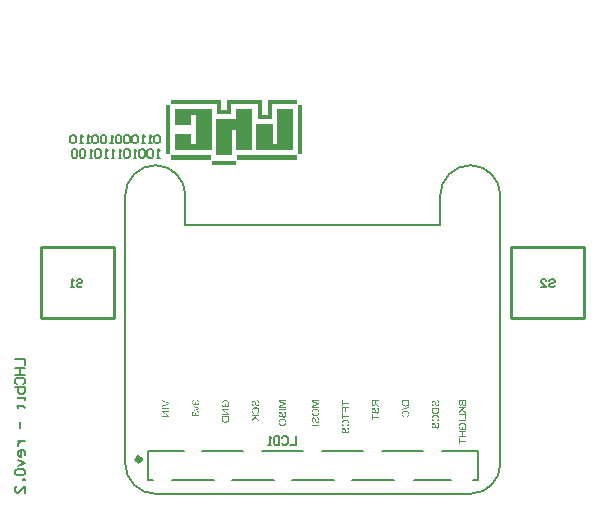
<source format=gbo>
G04*
G04 #@! TF.GenerationSoftware,Altium Limited,Altium Designer,24.2.2 (26)*
G04*
G04 Layer_Color=32896*
%FSLAX43Y43*%
%MOMM*%
G71*
G04*
G04 #@! TF.SameCoordinates,B843E786-A032-4A45-835C-5377563589AC*
G04*
G04*
G04 #@! TF.FilePolarity,Positive*
G04*
G01*
G75*
%ADD11C,0.200*%
%ADD13C,0.254*%
%ADD14C,0.150*%
%ADD68C,0.500*%
G36*
X33234Y51331D02*
X33226D01*
Y51347D01*
X33234D01*
Y51331D01*
D02*
G37*
G36*
X33226Y51306D02*
Y51297D01*
X33217D01*
Y51322D01*
X33226D01*
Y51306D01*
D02*
G37*
G36*
X24569Y43615D02*
X22439D01*
Y42337D01*
X21218D01*
Y43615D01*
X18974D01*
Y42763D01*
X17781D01*
Y43615D01*
X13919D01*
Y43956D01*
X18122D01*
Y43104D01*
X18633D01*
Y43956D01*
X21558D01*
Y42678D01*
X22070D01*
Y43956D01*
X24569D01*
Y43615D01*
D02*
G37*
G36*
X24228Y39668D02*
X21132D01*
Y41599D01*
Y41627D01*
Y41883D01*
X22496D01*
Y40179D01*
X22865D01*
Y43189D01*
X24228D01*
Y39668D01*
D02*
G37*
G36*
X17327Y39696D02*
X17298D01*
Y39668D01*
X14260D01*
Y41031D01*
X15623D01*
Y40179D01*
X15992D01*
Y42678D01*
X15623D01*
Y41826D01*
X14260D01*
Y43189D01*
X17327D01*
Y39696D01*
D02*
G37*
G36*
X20792Y39668D02*
X19428D01*
Y41372D01*
X19400D01*
Y41400D01*
X19059D01*
Y39242D01*
X17696D01*
Y42309D01*
X19428D01*
Y43189D01*
X20792D01*
Y39668D01*
D02*
G37*
G36*
X24995Y39327D02*
X24654D01*
Y43132D01*
Y43161D01*
Y43530D01*
X24995D01*
Y39327D01*
D02*
G37*
G36*
X13834Y42337D02*
Y42309D01*
Y39327D01*
X13464D01*
Y43530D01*
X13834D01*
Y42337D01*
D02*
G37*
G36*
X24569Y38872D02*
X19514D01*
Y39242D01*
X24569D01*
Y38872D01*
D02*
G37*
G36*
X17242Y39213D02*
X17270D01*
Y38901D01*
X17242D01*
Y38872D01*
X13919D01*
Y39242D01*
X17242D01*
Y39213D01*
D02*
G37*
G36*
X19400Y38759D02*
Y38730D01*
Y38446D01*
X17355D01*
Y38787D01*
X19400D01*
Y38759D01*
D02*
G37*
G36*
X18528Y18499D02*
X18546Y18499D01*
X18562Y18497D01*
X18578Y18494D01*
X18592Y18491D01*
X18607Y18488D01*
X18620Y18484D01*
X18632Y18481D01*
X18643Y18477D01*
X18653Y18474D01*
X18661Y18470D01*
X18669Y18467D01*
X18674Y18465D01*
X18678Y18463D01*
X18681Y18462D01*
X18682Y18461D01*
X18696Y18454D01*
X18709Y18445D01*
X18721Y18436D01*
X18732Y18427D01*
X18743Y18417D01*
X18752Y18407D01*
X18761Y18397D01*
X18768Y18388D01*
X18775Y18379D01*
X18782Y18371D01*
X18786Y18363D01*
X18791Y18357D01*
X18794Y18352D01*
X18796Y18348D01*
X18797Y18345D01*
X18798Y18345D01*
X18805Y18330D01*
X18811Y18315D01*
X18817Y18300D01*
X18821Y18286D01*
X18825Y18270D01*
X18829Y18257D01*
X18831Y18243D01*
X18834Y18230D01*
X18835Y18218D01*
X18836Y18207D01*
X18837Y18198D01*
X18838Y18189D01*
X18838Y18182D01*
Y18173D01*
X18837Y18148D01*
X18834Y18123D01*
X18831Y18100D01*
X18828Y18090D01*
X18826Y18079D01*
X18824Y18070D01*
X18821Y18062D01*
X18819Y18055D01*
X18818Y18049D01*
X18816Y18044D01*
X18815Y18040D01*
X18813Y18038D01*
Y18037D01*
X18803Y18013D01*
X18791Y17989D01*
X18779Y17967D01*
X18773Y17957D01*
X18767Y17948D01*
X18761Y17940D01*
X18756Y17932D01*
X18752Y17925D01*
X18748Y17920D01*
X18744Y17915D01*
X18741Y17911D01*
X18740Y17909D01*
X18739Y17909D01*
X18501D01*
Y18180D01*
X18577D01*
Y17992D01*
X18697D01*
X18706Y18003D01*
X18714Y18015D01*
X18721Y18028D01*
X18728Y18042D01*
X18734Y18053D01*
X18736Y18058D01*
X18739Y18062D01*
X18740Y18067D01*
X18741Y18069D01*
X18742Y18071D01*
Y18071D01*
X18749Y18091D01*
X18754Y18110D01*
X18758Y18128D01*
X18760Y18144D01*
X18761Y18152D01*
X18761Y18158D01*
X18762Y18164D01*
Y18169D01*
X18763Y18173D01*
Y18178D01*
X18761Y18202D01*
X18759Y18224D01*
X18754Y18244D01*
X18752Y18254D01*
X18749Y18262D01*
X18746Y18270D01*
X18744Y18277D01*
X18741Y18283D01*
X18739Y18289D01*
X18738Y18293D01*
X18736Y18295D01*
X18735Y18298D01*
Y18298D01*
X18730Y18309D01*
X18723Y18318D01*
X18710Y18335D01*
X18696Y18350D01*
X18682Y18362D01*
X18669Y18371D01*
X18664Y18375D01*
X18660Y18378D01*
X18655Y18381D01*
X18653Y18382D01*
X18650Y18383D01*
X18650Y18384D01*
X18627Y18393D01*
X18603Y18400D01*
X18579Y18406D01*
X18556Y18409D01*
X18546Y18410D01*
X18536Y18411D01*
X18528Y18412D01*
X18520D01*
X18515Y18413D01*
X18510D01*
X18507D01*
X18506D01*
X18481Y18411D01*
X18456Y18408D01*
X18435Y18405D01*
X18424Y18403D01*
X18415Y18400D01*
X18407Y18398D01*
X18399Y18396D01*
X18393Y18394D01*
X18388Y18392D01*
X18383Y18390D01*
X18380Y18389D01*
X18378Y18388D01*
X18377D01*
X18365Y18383D01*
X18353Y18377D01*
X18342Y18370D01*
X18333Y18363D01*
X18325Y18358D01*
X18319Y18353D01*
X18316Y18350D01*
X18314Y18349D01*
X18304Y18338D01*
X18295Y18327D01*
X18286Y18316D01*
X18279Y18304D01*
X18274Y18295D01*
X18270Y18287D01*
X18269Y18284D01*
X18268Y18282D01*
X18267Y18281D01*
Y18280D01*
X18261Y18264D01*
X18257Y18247D01*
X18253Y18230D01*
X18251Y18214D01*
X18250Y18207D01*
X18250Y18200D01*
Y18194D01*
X18249Y18189D01*
Y18180D01*
X18250Y18162D01*
X18252Y18146D01*
X18255Y18131D01*
X18257Y18118D01*
X18261Y18108D01*
X18262Y18103D01*
X18264Y18099D01*
X18265Y18096D01*
X18266Y18094D01*
X18266Y18093D01*
Y18092D01*
X18273Y18078D01*
X18280Y18066D01*
X18288Y18056D01*
X18295Y18046D01*
X18302Y18040D01*
X18307Y18035D01*
X18310Y18032D01*
X18311Y18031D01*
X18323Y18024D01*
X18335Y18017D01*
X18347Y18010D01*
X18360Y18005D01*
X18371Y18001D01*
X18376Y17999D01*
X18379Y17998D01*
X18383Y17997D01*
X18386Y17996D01*
X18387Y17995D01*
X18388D01*
X18367Y17918D01*
X18344Y17925D01*
X18323Y17933D01*
X18314Y17937D01*
X18305Y17941D01*
X18298Y17945D01*
X18291Y17949D01*
X18284Y17952D01*
X18278Y17956D01*
X18273Y17959D01*
X18269Y17961D01*
X18266Y17964D01*
X18264Y17965D01*
X18263Y17966D01*
X18262Y17967D01*
X18248Y17980D01*
X18235Y17994D01*
X18225Y18008D01*
X18216Y18023D01*
X18209Y18035D01*
X18206Y18041D01*
X18204Y18046D01*
X18202Y18049D01*
X18200Y18052D01*
X18200Y18054D01*
Y18055D01*
X18192Y18076D01*
X18187Y18098D01*
X18182Y18119D01*
X18180Y18139D01*
X18179Y18148D01*
X18178Y18155D01*
X18178Y18162D01*
X18177Y18169D01*
Y18180D01*
X18178Y18198D01*
X18178Y18215D01*
X18180Y18232D01*
X18183Y18247D01*
X18186Y18262D01*
X18189Y18276D01*
X18193Y18289D01*
X18196Y18301D01*
X18200Y18311D01*
X18204Y18321D01*
X18207Y18329D01*
X18210Y18336D01*
X18213Y18342D01*
X18215Y18346D01*
X18216Y18349D01*
X18216Y18350D01*
X18224Y18363D01*
X18233Y18375D01*
X18242Y18387D01*
X18252Y18397D01*
X18262Y18408D01*
X18272Y18417D01*
X18282Y18425D01*
X18291Y18433D01*
X18301Y18439D01*
X18309Y18445D01*
X18317Y18450D01*
X18324Y18454D01*
X18329Y18457D01*
X18334Y18459D01*
X18336Y18460D01*
X18337Y18461D01*
X18352Y18468D01*
X18368Y18474D01*
X18383Y18479D01*
X18398Y18483D01*
X18427Y18490D01*
X18441Y18493D01*
X18454Y18495D01*
X18466Y18497D01*
X18477Y18498D01*
X18487Y18499D01*
X18495Y18499D01*
X18502Y18500D01*
X18507D01*
X18510D01*
X18511D01*
X18528Y18499D01*
D02*
G37*
G36*
X18828Y17703D02*
X18326D01*
X18828Y17368D01*
Y17280D01*
X18188D01*
Y17361D01*
X18691D01*
X18188Y17698D01*
Y17784D01*
X18828D01*
Y17703D01*
D02*
G37*
G36*
Y16907D02*
X18827Y16886D01*
X18827Y16867D01*
X18825Y16850D01*
X18822Y16834D01*
X18822Y16828D01*
X18821Y16823D01*
X18820Y16817D01*
X18819Y16813D01*
X18818Y16809D01*
Y16807D01*
X18818Y16806D01*
Y16805D01*
X18813Y16789D01*
X18808Y16774D01*
X18802Y16761D01*
X18797Y16750D01*
X18793Y16741D01*
X18789Y16734D01*
X18786Y16730D01*
X18786Y16729D01*
Y16728D01*
X18777Y16717D01*
X18768Y16705D01*
X18758Y16696D01*
X18748Y16687D01*
X18740Y16680D01*
X18734Y16675D01*
X18731Y16673D01*
X18729Y16671D01*
X18728Y16670D01*
X18727D01*
X18713Y16660D01*
X18698Y16652D01*
X18682Y16644D01*
X18667Y16638D01*
X18654Y16633D01*
X18648Y16631D01*
X18644Y16629D01*
X18640Y16628D01*
X18637Y16627D01*
X18635Y16626D01*
X18635D01*
X18612Y16621D01*
X18590Y16617D01*
X18569Y16613D01*
X18549Y16611D01*
X18540Y16610D01*
X18531Y16610D01*
X18524D01*
X18517Y16609D01*
X18512D01*
X18508D01*
X18506D01*
X18505D01*
X18474Y16610D01*
X18459Y16611D01*
X18445Y16613D01*
X18432Y16615D01*
X18420Y16617D01*
X18408Y16619D01*
X18397Y16622D01*
X18387Y16624D01*
X18379Y16626D01*
X18371Y16628D01*
X18365Y16631D01*
X18360Y16633D01*
X18356Y16633D01*
X18354Y16635D01*
X18353D01*
X18329Y16645D01*
X18308Y16657D01*
X18298Y16663D01*
X18289Y16669D01*
X18281Y16676D01*
X18273Y16682D01*
X18266Y16687D01*
X18261Y16693D01*
X18255Y16698D01*
X18251Y16702D01*
X18248Y16705D01*
X18246Y16708D01*
X18244Y16710D01*
X18243Y16710D01*
X18232Y16726D01*
X18222Y16741D01*
X18214Y16757D01*
X18208Y16771D01*
X18203Y16784D01*
X18202Y16790D01*
X18200Y16795D01*
X18199Y16798D01*
X18198Y16801D01*
X18198Y16803D01*
Y16804D01*
X18196Y16812D01*
X18194Y16820D01*
X18192Y16839D01*
X18190Y16857D01*
X18189Y16876D01*
X18189Y16884D01*
Y16893D01*
X18188Y16900D01*
Y17138D01*
X18828D01*
Y16907D01*
D02*
G37*
G36*
X16133Y18498D02*
X16147Y18495D01*
X16160Y18491D01*
X16173Y18487D01*
X16185Y18482D01*
X16195Y18476D01*
X16205Y18471D01*
X16214Y18465D01*
X16222Y18460D01*
X16229Y18455D01*
X16235Y18450D01*
X16240Y18446D01*
X16244Y18442D01*
X16247Y18439D01*
X16248Y18438D01*
X16249Y18437D01*
X16258Y18427D01*
X16266Y18415D01*
X16272Y18404D01*
X16278Y18392D01*
X16283Y18380D01*
X16287Y18368D01*
X16290Y18357D01*
X16293Y18346D01*
X16295Y18336D01*
X16296Y18327D01*
X16298Y18318D01*
X16298Y18311D01*
Y18305D01*
X16299Y18300D01*
Y18297D01*
X16298Y18279D01*
X16296Y18264D01*
X16294Y18248D01*
X16290Y18234D01*
X16286Y18220D01*
X16281Y18207D01*
X16276Y18196D01*
X16270Y18185D01*
X16265Y18175D01*
X16260Y18167D01*
X16255Y18160D01*
X16251Y18154D01*
X16247Y18149D01*
X16244Y18146D01*
X16242Y18144D01*
X16242Y18143D01*
X16230Y18132D01*
X16219Y18123D01*
X16207Y18114D01*
X16194Y18108D01*
X16183Y18101D01*
X16171Y18096D01*
X16160Y18092D01*
X16149Y18089D01*
X16138Y18086D01*
X16129Y18085D01*
X16121Y18083D01*
X16113Y18082D01*
X16108D01*
X16103Y18081D01*
X16100D01*
X16099D01*
X16088D01*
X16077Y18083D01*
X16057Y18086D01*
X16040Y18092D01*
X16032Y18094D01*
X16025Y18097D01*
X16018Y18100D01*
X16013Y18103D01*
X16008Y18105D01*
X16004Y18108D01*
X16001Y18110D01*
X15999Y18112D01*
X15997Y18112D01*
X15997Y18113D01*
X15982Y18126D01*
X15970Y18140D01*
X15961Y18155D01*
X15954Y18169D01*
X15948Y18182D01*
X15946Y18187D01*
X15945Y18191D01*
X15943Y18196D01*
X15943Y18198D01*
X15942Y18200D01*
Y18201D01*
X15934Y18186D01*
X15925Y18173D01*
X15916Y18161D01*
X15907Y18152D01*
X15900Y18144D01*
X15893Y18139D01*
X15889Y18136D01*
X15889Y18135D01*
X15888D01*
X15875Y18128D01*
X15862Y18122D01*
X15849Y18118D01*
X15837Y18115D01*
X15828Y18114D01*
X15819Y18112D01*
X15816D01*
X15814D01*
X15813D01*
X15812D01*
X15796Y18113D01*
X15781Y18116D01*
X15767Y18120D01*
X15755Y18124D01*
X15744Y18128D01*
X15740Y18130D01*
X15737Y18132D01*
X15734Y18134D01*
X15731Y18135D01*
X15730Y18136D01*
X15730D01*
X15716Y18146D01*
X15704Y18157D01*
X15694Y18168D01*
X15685Y18179D01*
X15678Y18189D01*
X15673Y18196D01*
X15671Y18200D01*
X15669Y18202D01*
X15669Y18203D01*
Y18204D01*
X15661Y18221D01*
X15656Y18237D01*
X15651Y18254D01*
X15649Y18268D01*
X15647Y18282D01*
X15647Y18286D01*
X15646Y18291D01*
Y18300D01*
X15647Y18314D01*
X15648Y18327D01*
X15650Y18340D01*
X15653Y18352D01*
X15656Y18363D01*
X15660Y18374D01*
X15664Y18384D01*
X15667Y18392D01*
X15672Y18400D01*
X15676Y18407D01*
X15679Y18413D01*
X15683Y18418D01*
X15685Y18422D01*
X15688Y18425D01*
X15689Y18427D01*
X15690Y18427D01*
X15698Y18436D01*
X15708Y18445D01*
X15717Y18452D01*
X15727Y18459D01*
X15737Y18465D01*
X15747Y18470D01*
X15767Y18479D01*
X15776Y18483D01*
X15785Y18485D01*
X15792Y18488D01*
X15798Y18490D01*
X15804Y18491D01*
X15808Y18492D01*
X15811Y18492D01*
X15812D01*
X15825Y18414D01*
X15805Y18410D01*
X15788Y18404D01*
X15773Y18398D01*
X15761Y18391D01*
X15751Y18386D01*
X15745Y18380D01*
X15741Y18377D01*
X15740Y18375D01*
X15730Y18363D01*
X15723Y18350D01*
X15717Y18337D01*
X15714Y18325D01*
X15712Y18314D01*
X15711Y18310D01*
Y18306D01*
X15710Y18302D01*
Y18298D01*
X15712Y18282D01*
X15715Y18267D01*
X15719Y18254D01*
X15724Y18243D01*
X15730Y18234D01*
X15735Y18228D01*
X15737Y18224D01*
X15739Y18223D01*
X15744Y18217D01*
X15750Y18213D01*
X15762Y18205D01*
X15774Y18200D01*
X15785Y18196D01*
X15796Y18194D01*
X15803Y18194D01*
X15807Y18193D01*
X15809D01*
X15810D01*
X15811D01*
X15821Y18194D01*
X15830Y18195D01*
X15839Y18196D01*
X15846Y18199D01*
X15860Y18206D01*
X15871Y18213D01*
X15880Y18221D01*
X15887Y18227D01*
X15889Y18230D01*
X15890Y18232D01*
X15891Y18233D01*
Y18234D01*
X15900Y18249D01*
X15907Y18265D01*
X15911Y18280D01*
X15914Y18294D01*
X15916Y18306D01*
X15917Y18311D01*
Y18316D01*
X15918Y18319D01*
Y18328D01*
X15917Y18332D01*
X15916Y18336D01*
Y18337D01*
X15985Y18345D01*
X15982Y18334D01*
X15980Y18322D01*
X15979Y18313D01*
X15977Y18305D01*
Y18299D01*
X15977Y18294D01*
Y18290D01*
X15977Y18280D01*
X15978Y18270D01*
X15982Y18253D01*
X15988Y18238D01*
X15994Y18225D01*
X16001Y18214D01*
X16004Y18210D01*
X16006Y18207D01*
X16009Y18204D01*
X16011Y18202D01*
X16011Y18201D01*
X16012Y18200D01*
X16019Y18194D01*
X16026Y18189D01*
X16033Y18184D01*
X16040Y18180D01*
X16055Y18173D01*
X16070Y18169D01*
X16082Y18166D01*
X16087Y18166D01*
X16092Y18165D01*
X16095Y18164D01*
X16099D01*
X16100D01*
X16101D01*
X16111Y18165D01*
X16121Y18166D01*
X16140Y18171D01*
X16156Y18176D01*
X16169Y18183D01*
X16176Y18187D01*
X16181Y18191D01*
X16185Y18194D01*
X16189Y18196D01*
X16192Y18199D01*
X16194Y18201D01*
X16195Y18202D01*
X16196Y18203D01*
X16203Y18210D01*
X16208Y18218D01*
X16213Y18225D01*
X16218Y18233D01*
X16225Y18249D01*
X16229Y18264D01*
X16232Y18277D01*
X16233Y18283D01*
X16233Y18287D01*
X16234Y18291D01*
Y18297D01*
X16233Y18313D01*
X16229Y18329D01*
X16225Y18343D01*
X16219Y18354D01*
X16214Y18364D01*
X16210Y18371D01*
X16208Y18373D01*
X16206Y18375D01*
X16205Y18376D01*
Y18377D01*
X16199Y18382D01*
X16192Y18388D01*
X16178Y18397D01*
X16162Y18405D01*
X16146Y18411D01*
X16131Y18416D01*
X16125Y18417D01*
X16119Y18419D01*
X16115Y18420D01*
X16111Y18421D01*
X16109Y18422D01*
X16108D01*
X16119Y18500D01*
X16133Y18498D01*
D02*
G37*
G36*
X16288Y17854D02*
Y17780D01*
X15824Y17603D01*
Y17685D01*
X16108Y17788D01*
X16126Y17795D01*
X16143Y17800D01*
X16158Y17805D01*
X16171Y17809D01*
X16181Y17813D01*
X16185Y17814D01*
X16190Y17815D01*
X16192Y17816D01*
X16194Y17816D01*
X16195Y17817D01*
X16196D01*
X16178Y17823D01*
X16160Y17827D01*
X16144Y17832D01*
X16131Y17837D01*
X16119Y17841D01*
X16114Y17843D01*
X16110Y17844D01*
X16106Y17845D01*
X16104Y17846D01*
X16103Y17847D01*
X16102D01*
X15824Y17947D01*
Y18030D01*
X16288Y17854D01*
D02*
G37*
G36*
X16133Y17553D02*
X16147Y17551D01*
X16160Y17547D01*
X16173Y17542D01*
X16185Y17538D01*
X16195Y17532D01*
X16205Y17526D01*
X16214Y17521D01*
X16222Y17515D01*
X16229Y17510D01*
X16235Y17506D01*
X16240Y17501D01*
X16244Y17497D01*
X16247Y17495D01*
X16248Y17493D01*
X16249Y17492D01*
X16258Y17482D01*
X16266Y17470D01*
X16272Y17459D01*
X16278Y17447D01*
X16283Y17436D01*
X16287Y17424D01*
X16290Y17413D01*
X16293Y17402D01*
X16295Y17391D01*
X16296Y17382D01*
X16298Y17374D01*
X16298Y17366D01*
Y17361D01*
X16299Y17356D01*
Y17352D01*
X16298Y17335D01*
X16296Y17319D01*
X16294Y17304D01*
X16290Y17289D01*
X16286Y17275D01*
X16281Y17263D01*
X16276Y17251D01*
X16270Y17241D01*
X16265Y17231D01*
X16260Y17223D01*
X16255Y17215D01*
X16251Y17210D01*
X16247Y17205D01*
X16244Y17201D01*
X16242Y17199D01*
X16242Y17198D01*
X16230Y17187D01*
X16219Y17178D01*
X16207Y17170D01*
X16194Y17163D01*
X16183Y17157D01*
X16171Y17152D01*
X16160Y17148D01*
X16149Y17144D01*
X16138Y17142D01*
X16129Y17140D01*
X16121Y17139D01*
X16113Y17137D01*
X16108D01*
X16103Y17137D01*
X16100D01*
X16099D01*
X16088D01*
X16077Y17138D01*
X16057Y17142D01*
X16040Y17147D01*
X16032Y17150D01*
X16025Y17153D01*
X16018Y17155D01*
X16013Y17158D01*
X16008Y17161D01*
X16004Y17164D01*
X16001Y17166D01*
X15999Y17167D01*
X15997Y17168D01*
X15997Y17169D01*
X15982Y17181D01*
X15970Y17196D01*
X15961Y17210D01*
X15954Y17224D01*
X15948Y17237D01*
X15946Y17243D01*
X15945Y17247D01*
X15943Y17251D01*
X15943Y17254D01*
X15942Y17256D01*
Y17257D01*
X15934Y17241D01*
X15925Y17228D01*
X15916Y17216D01*
X15907Y17207D01*
X15900Y17200D01*
X15893Y17195D01*
X15889Y17192D01*
X15889Y17191D01*
X15888D01*
X15875Y17183D01*
X15862Y17178D01*
X15849Y17173D01*
X15837Y17171D01*
X15828Y17169D01*
X15819Y17168D01*
X15816D01*
X15814D01*
X15813D01*
X15812D01*
X15796Y17169D01*
X15781Y17171D01*
X15767Y17176D01*
X15755Y17180D01*
X15744Y17184D01*
X15740Y17186D01*
X15737Y17188D01*
X15734Y17189D01*
X15731Y17191D01*
X15730Y17192D01*
X15730D01*
X15716Y17201D01*
X15704Y17212D01*
X15694Y17223D01*
X15685Y17235D01*
X15678Y17244D01*
X15673Y17252D01*
X15671Y17255D01*
X15669Y17257D01*
X15669Y17259D01*
Y17259D01*
X15661Y17276D01*
X15656Y17293D01*
X15651Y17309D01*
X15649Y17324D01*
X15647Y17337D01*
X15647Y17342D01*
X15646Y17347D01*
Y17356D01*
X15647Y17370D01*
X15648Y17383D01*
X15650Y17395D01*
X15653Y17408D01*
X15656Y17419D01*
X15660Y17429D01*
X15664Y17439D01*
X15667Y17447D01*
X15672Y17456D01*
X15676Y17463D01*
X15679Y17468D01*
X15683Y17474D01*
X15685Y17477D01*
X15688Y17481D01*
X15689Y17482D01*
X15690Y17483D01*
X15698Y17492D01*
X15708Y17500D01*
X15717Y17508D01*
X15727Y17515D01*
X15737Y17521D01*
X15747Y17526D01*
X15767Y17535D01*
X15776Y17538D01*
X15785Y17541D01*
X15792Y17543D01*
X15798Y17545D01*
X15804Y17547D01*
X15808Y17547D01*
X15811Y17548D01*
X15812D01*
X15825Y17470D01*
X15805Y17465D01*
X15788Y17460D01*
X15773Y17454D01*
X15761Y17447D01*
X15751Y17441D01*
X15745Y17436D01*
X15741Y17432D01*
X15740Y17431D01*
X15730Y17418D01*
X15723Y17406D01*
X15717Y17393D01*
X15714Y17381D01*
X15712Y17370D01*
X15711Y17366D01*
Y17361D01*
X15710Y17358D01*
Y17354D01*
X15712Y17337D01*
X15715Y17323D01*
X15719Y17309D01*
X15724Y17298D01*
X15730Y17290D01*
X15735Y17284D01*
X15737Y17280D01*
X15739Y17278D01*
X15744Y17273D01*
X15750Y17268D01*
X15762Y17261D01*
X15774Y17255D01*
X15785Y17252D01*
X15796Y17250D01*
X15803Y17249D01*
X15807Y17248D01*
X15809D01*
X15810D01*
X15811D01*
X15821Y17249D01*
X15830Y17250D01*
X15839Y17252D01*
X15846Y17255D01*
X15860Y17262D01*
X15871Y17268D01*
X15880Y17276D01*
X15887Y17283D01*
X15889Y17286D01*
X15890Y17287D01*
X15891Y17289D01*
Y17289D01*
X15900Y17305D01*
X15907Y17320D01*
X15911Y17336D01*
X15914Y17350D01*
X15916Y17361D01*
X15917Y17366D01*
Y17371D01*
X15918Y17375D01*
Y17384D01*
X15917Y17388D01*
X15916Y17391D01*
Y17393D01*
X15985Y17401D01*
X15982Y17389D01*
X15980Y17378D01*
X15979Y17369D01*
X15977Y17361D01*
Y17354D01*
X15977Y17350D01*
Y17345D01*
X15977Y17336D01*
X15978Y17326D01*
X15982Y17309D01*
X15988Y17293D01*
X15994Y17280D01*
X16001Y17270D01*
X16004Y17266D01*
X16006Y17262D01*
X16009Y17259D01*
X16011Y17257D01*
X16011Y17257D01*
X16012Y17256D01*
X16019Y17250D01*
X16026Y17244D01*
X16033Y17239D01*
X16040Y17235D01*
X16055Y17229D01*
X16070Y17224D01*
X16082Y17222D01*
X16087Y17221D01*
X16092Y17221D01*
X16095Y17220D01*
X16099D01*
X16100D01*
X16101D01*
X16111Y17221D01*
X16121Y17221D01*
X16140Y17226D01*
X16156Y17232D01*
X16169Y17239D01*
X16176Y17243D01*
X16181Y17246D01*
X16185Y17249D01*
X16189Y17252D01*
X16192Y17255D01*
X16194Y17257D01*
X16195Y17257D01*
X16196Y17258D01*
X16203Y17266D01*
X16208Y17273D01*
X16213Y17281D01*
X16218Y17289D01*
X16225Y17305D01*
X16229Y17320D01*
X16232Y17332D01*
X16233Y17339D01*
X16233Y17343D01*
X16234Y17347D01*
Y17352D01*
X16233Y17369D01*
X16229Y17385D01*
X16225Y17398D01*
X16219Y17410D01*
X16214Y17420D01*
X16210Y17427D01*
X16208Y17429D01*
X16206Y17431D01*
X16205Y17431D01*
Y17432D01*
X16199Y17438D01*
X16192Y17443D01*
X16178Y17453D01*
X16162Y17461D01*
X16146Y17467D01*
X16131Y17472D01*
X16125Y17473D01*
X16119Y17474D01*
X16115Y17476D01*
X16111Y17477D01*
X16109Y17477D01*
X16108D01*
X16119Y17556D01*
X16133Y17553D01*
D02*
G37*
G36*
X21174Y18499D02*
X21186Y18498D01*
X21207Y18494D01*
X21227Y18488D01*
X21236Y18485D01*
X21244Y18482D01*
X21251Y18479D01*
X21258Y18476D01*
X21264Y18473D01*
X21269Y18470D01*
X21273Y18468D01*
X21276Y18467D01*
X21277Y18466D01*
X21278Y18465D01*
X21296Y18452D01*
X21311Y18437D01*
X21324Y18422D01*
X21335Y18407D01*
X21343Y18394D01*
X21346Y18388D01*
X21349Y18384D01*
X21351Y18379D01*
X21352Y18377D01*
X21353Y18374D01*
Y18374D01*
X21362Y18350D01*
X21368Y18326D01*
X21372Y18302D01*
X21375Y18279D01*
X21376Y18268D01*
X21377Y18258D01*
X21378Y18250D01*
Y18242D01*
X21378Y18236D01*
Y18227D01*
X21377Y18203D01*
X21374Y18180D01*
X21371Y18159D01*
X21368Y18149D01*
X21366Y18141D01*
X21364Y18132D01*
X21361Y18126D01*
X21359Y18119D01*
X21358Y18114D01*
X21356Y18110D01*
X21355Y18108D01*
X21353Y18105D01*
Y18105D01*
X21343Y18085D01*
X21332Y18069D01*
X21320Y18054D01*
X21309Y18042D01*
X21299Y18033D01*
X21291Y18026D01*
X21288Y18024D01*
X21285Y18022D01*
X21284Y18021D01*
X21283D01*
X21275Y18015D01*
X21266Y18011D01*
X21249Y18004D01*
X21233Y17998D01*
X21219Y17994D01*
X21206Y17992D01*
X21201Y17992D01*
X21196D01*
X21193Y17991D01*
X21190D01*
X21188D01*
X21188D01*
X21169Y17992D01*
X21152Y17995D01*
X21136Y17999D01*
X21123Y18004D01*
X21112Y18010D01*
X21107Y18012D01*
X21104Y18014D01*
X21101Y18015D01*
X21099Y18017D01*
X21098Y18018D01*
X21097D01*
X21090Y18024D01*
X21083Y18029D01*
X21070Y18042D01*
X21059Y18056D01*
X21050Y18069D01*
X21042Y18081D01*
X21039Y18087D01*
X21037Y18092D01*
X21034Y18095D01*
X21033Y18098D01*
X21032Y18100D01*
Y18101D01*
X21028Y18108D01*
X21025Y18118D01*
X21021Y18128D01*
X21018Y18139D01*
X21012Y18162D01*
X21005Y18186D01*
X21002Y18197D01*
X21000Y18207D01*
X20997Y18217D01*
X20996Y18225D01*
X20994Y18232D01*
X20992Y18237D01*
X20991Y18241D01*
Y18242D01*
X20987Y18261D01*
X20982Y18277D01*
X20978Y18292D01*
X20974Y18306D01*
X20970Y18318D01*
X20967Y18328D01*
X20963Y18337D01*
X20960Y18345D01*
X20956Y18351D01*
X20953Y18356D01*
X20951Y18361D01*
X20949Y18364D01*
X20947Y18367D01*
X20946Y18368D01*
X20945Y18370D01*
X20936Y18378D01*
X20927Y18384D01*
X20917Y18388D01*
X20908Y18391D01*
X20901Y18393D01*
X20894Y18393D01*
X20890Y18394D01*
X20890D01*
X20889D01*
X20881Y18393D01*
X20874Y18393D01*
X20862Y18388D01*
X20850Y18383D01*
X20840Y18377D01*
X20832Y18370D01*
X20826Y18365D01*
X20822Y18361D01*
X20821Y18360D01*
Y18359D01*
X20816Y18352D01*
X20811Y18344D01*
X20804Y18327D01*
X20799Y18309D01*
X20796Y18290D01*
X20795Y18282D01*
X20794Y18273D01*
X20793Y18266D01*
Y18260D01*
X20792Y18255D01*
Y18234D01*
X20794Y18222D01*
X20795Y18210D01*
X20797Y18199D01*
X20799Y18189D01*
X20802Y18180D01*
X20805Y18172D01*
X20808Y18164D01*
X20811Y18158D01*
X20814Y18153D01*
X20817Y18148D01*
X20819Y18144D01*
X20821Y18141D01*
X20822Y18138D01*
X20823Y18137D01*
X20824Y18137D01*
X20830Y18130D01*
X20836Y18123D01*
X20851Y18114D01*
X20866Y18105D01*
X20881Y18100D01*
X20894Y18096D01*
X20899Y18094D01*
X20905Y18093D01*
X20909Y18092D01*
X20912D01*
X20914Y18092D01*
X20914D01*
X20908Y18010D01*
X20887Y18013D01*
X20869Y18017D01*
X20851Y18022D01*
X20837Y18027D01*
X20831Y18031D01*
X20824Y18033D01*
X20819Y18035D01*
X20815Y18037D01*
X20812Y18040D01*
X20810Y18041D01*
X20808Y18042D01*
X20808Y18042D01*
X20792Y18054D01*
X20779Y18067D01*
X20767Y18081D01*
X20757Y18095D01*
X20750Y18107D01*
X20747Y18112D01*
X20745Y18117D01*
X20743Y18120D01*
X20742Y18123D01*
X20740Y18125D01*
Y18126D01*
X20733Y18146D01*
X20727Y18168D01*
X20722Y18189D01*
X20720Y18209D01*
X20719Y18218D01*
X20718Y18225D01*
X20718Y18233D01*
X20717Y18239D01*
Y18251D01*
X20718Y18275D01*
X20720Y18297D01*
X20724Y18316D01*
X20726Y18325D01*
X20728Y18334D01*
X20730Y18341D01*
X20732Y18348D01*
X20734Y18354D01*
X20736Y18359D01*
X20737Y18363D01*
X20738Y18366D01*
X20739Y18368D01*
Y18368D01*
X20748Y18387D01*
X20758Y18403D01*
X20769Y18417D01*
X20779Y18428D01*
X20789Y18437D01*
X20797Y18444D01*
X20799Y18446D01*
X20801Y18447D01*
X20803Y18449D01*
X20804D01*
X20819Y18458D01*
X20835Y18465D01*
X20850Y18469D01*
X20864Y18472D01*
X20876Y18474D01*
X20881Y18475D01*
X20885D01*
X20889Y18476D01*
X20892D01*
X20893D01*
X20894D01*
X20910Y18475D01*
X20925Y18472D01*
X20939Y18469D01*
X20951Y18465D01*
X20960Y18460D01*
X20968Y18457D01*
X20971Y18456D01*
X20973Y18454D01*
X20973Y18454D01*
X20974D01*
X20987Y18445D01*
X20998Y18433D01*
X21008Y18422D01*
X21017Y18411D01*
X21024Y18401D01*
X21029Y18393D01*
X21030Y18389D01*
X21032Y18387D01*
X21033Y18386D01*
Y18385D01*
X21037Y18378D01*
X21040Y18370D01*
X21043Y18361D01*
X21047Y18351D01*
X21054Y18331D01*
X21060Y18310D01*
X21063Y18300D01*
X21066Y18292D01*
X21068Y18284D01*
X21070Y18276D01*
X21071Y18270D01*
X21073Y18266D01*
X21073Y18263D01*
Y18262D01*
X21077Y18246D01*
X21081Y18232D01*
X21084Y18219D01*
X21087Y18207D01*
X21090Y18197D01*
X21092Y18187D01*
X21095Y18180D01*
X21097Y18172D01*
X21098Y18166D01*
X21100Y18161D01*
X21102Y18157D01*
X21102Y18154D01*
X21103Y18151D01*
X21104Y18150D01*
X21104Y18148D01*
X21111Y18135D01*
X21117Y18123D01*
X21123Y18112D01*
X21129Y18105D01*
X21134Y18099D01*
X21138Y18094D01*
X21141Y18092D01*
X21142Y18091D01*
X21150Y18085D01*
X21159Y18080D01*
X21168Y18077D01*
X21177Y18075D01*
X21184Y18074D01*
X21190Y18073D01*
X21193D01*
X21194D01*
X21195D01*
X21205Y18074D01*
X21215Y18076D01*
X21224Y18079D01*
X21233Y18082D01*
X21240Y18085D01*
X21245Y18089D01*
X21248Y18091D01*
X21249Y18092D01*
X21258Y18099D01*
X21266Y18108D01*
X21273Y18117D01*
X21279Y18126D01*
X21283Y18135D01*
X21286Y18141D01*
X21288Y18144D01*
X21288Y18146D01*
X21289Y18146D01*
Y18147D01*
X21294Y18161D01*
X21297Y18175D01*
X21299Y18190D01*
X21301Y18203D01*
X21302Y18214D01*
Y18219D01*
X21303Y18223D01*
Y18232D01*
X21302Y18252D01*
X21300Y18270D01*
X21297Y18287D01*
X21293Y18302D01*
X21292Y18308D01*
X21290Y18313D01*
X21288Y18318D01*
X21287Y18322D01*
X21285Y18326D01*
X21285Y18328D01*
X21284Y18329D01*
Y18330D01*
X21276Y18345D01*
X21268Y18359D01*
X21261Y18370D01*
X21252Y18379D01*
X21245Y18386D01*
X21240Y18390D01*
X21236Y18394D01*
X21235Y18395D01*
X21222Y18402D01*
X21209Y18407D01*
X21196Y18411D01*
X21184Y18415D01*
X21172Y18417D01*
X21168Y18418D01*
X21163Y18419D01*
X21160Y18420D01*
X21157Y18420D01*
X21156D01*
X21155D01*
X21162Y18500D01*
X21174Y18499D01*
D02*
G37*
G36*
X21060Y17899D02*
X21077Y17899D01*
X21109Y17895D01*
X21124Y17893D01*
X21138Y17890D01*
X21151Y17886D01*
X21163Y17884D01*
X21175Y17880D01*
X21185Y17877D01*
X21193Y17875D01*
X21201Y17872D01*
X21206Y17870D01*
X21211Y17868D01*
X21214Y17868D01*
X21215Y17867D01*
X21229Y17860D01*
X21243Y17853D01*
X21256Y17845D01*
X21267Y17837D01*
X21279Y17829D01*
X21288Y17821D01*
X21297Y17813D01*
X21306Y17805D01*
X21313Y17798D01*
X21319Y17791D01*
X21324Y17784D01*
X21329Y17779D01*
X21333Y17775D01*
X21335Y17771D01*
X21336Y17769D01*
X21337Y17768D01*
X21344Y17756D01*
X21351Y17743D01*
X21356Y17729D01*
X21361Y17714D01*
X21365Y17700D01*
X21368Y17687D01*
X21371Y17673D01*
X21373Y17660D01*
X21375Y17647D01*
X21376Y17636D01*
X21377Y17626D01*
X21378Y17617D01*
X21378Y17610D01*
Y17600D01*
X21378Y17581D01*
X21376Y17564D01*
X21374Y17547D01*
X21370Y17531D01*
X21366Y17516D01*
X21361Y17502D01*
X21356Y17490D01*
X21351Y17478D01*
X21347Y17467D01*
X21342Y17458D01*
X21337Y17449D01*
X21333Y17443D01*
X21329Y17438D01*
X21326Y17434D01*
X21325Y17431D01*
X21324Y17431D01*
X21313Y17418D01*
X21301Y17406D01*
X21289Y17396D01*
X21276Y17386D01*
X21263Y17377D01*
X21249Y17370D01*
X21237Y17363D01*
X21224Y17357D01*
X21212Y17351D01*
X21201Y17347D01*
X21190Y17343D01*
X21182Y17340D01*
X21175Y17337D01*
X21170Y17336D01*
X21166Y17334D01*
X21165D01*
X21143Y17419D01*
X21158Y17422D01*
X21172Y17427D01*
X21185Y17432D01*
X21197Y17437D01*
X21208Y17443D01*
X21218Y17448D01*
X21227Y17454D01*
X21235Y17459D01*
X21242Y17465D01*
X21248Y17470D01*
X21254Y17474D01*
X21258Y17478D01*
X21261Y17481D01*
X21263Y17484D01*
X21265Y17486D01*
X21265Y17486D01*
X21272Y17496D01*
X21279Y17506D01*
X21284Y17515D01*
X21289Y17526D01*
X21293Y17536D01*
X21297Y17546D01*
X21301Y17565D01*
X21303Y17574D01*
X21304Y17582D01*
X21305Y17589D01*
X21306Y17595D01*
X21306Y17600D01*
Y17607D01*
X21306Y17618D01*
X21305Y17628D01*
X21301Y17648D01*
X21297Y17667D01*
X21291Y17683D01*
X21288Y17690D01*
X21286Y17696D01*
X21283Y17702D01*
X21281Y17707D01*
X21279Y17711D01*
X21278Y17714D01*
X21276Y17715D01*
Y17716D01*
X21270Y17725D01*
X21264Y17733D01*
X21249Y17748D01*
X21235Y17761D01*
X21220Y17771D01*
X21206Y17779D01*
X21201Y17782D01*
X21195Y17785D01*
X21191Y17786D01*
X21188Y17788D01*
X21186Y17789D01*
X21186D01*
X21162Y17797D01*
X21138Y17803D01*
X21114Y17807D01*
X21102Y17809D01*
X21091Y17810D01*
X21081Y17811D01*
X21072Y17811D01*
X21064Y17812D01*
X21057D01*
X21050Y17813D01*
X21046D01*
X21043D01*
X21043D01*
X21019Y17812D01*
X20997Y17810D01*
X20976Y17807D01*
X20967Y17805D01*
X20957Y17803D01*
X20950Y17801D01*
X20942Y17800D01*
X20936Y17798D01*
X20930Y17796D01*
X20926Y17795D01*
X20923Y17794D01*
X20921Y17793D01*
X20920D01*
X20899Y17784D01*
X20880Y17774D01*
X20864Y17763D01*
X20857Y17757D01*
X20850Y17751D01*
X20844Y17746D01*
X20840Y17741D01*
X20835Y17736D01*
X20831Y17732D01*
X20829Y17729D01*
X20826Y17726D01*
X20826Y17725D01*
X20825Y17724D01*
X20819Y17714D01*
X20813Y17705D01*
X20808Y17694D01*
X20804Y17684D01*
X20798Y17663D01*
X20793Y17643D01*
X20792Y17635D01*
X20791Y17626D01*
X20790Y17619D01*
X20790Y17612D01*
X20789Y17607D01*
Y17588D01*
X20790Y17577D01*
X20794Y17556D01*
X20799Y17538D01*
X20802Y17531D01*
X20805Y17523D01*
X20808Y17516D01*
X20810Y17510D01*
X20813Y17506D01*
X20816Y17501D01*
X20818Y17498D01*
X20819Y17496D01*
X20820Y17495D01*
X20821Y17494D01*
X20827Y17486D01*
X20834Y17479D01*
X20850Y17466D01*
X20867Y17454D01*
X20884Y17445D01*
X20899Y17438D01*
X20905Y17435D01*
X20911Y17433D01*
X20916Y17431D01*
X20920Y17430D01*
X20922Y17429D01*
X20923D01*
X20903Y17345D01*
X20887Y17351D01*
X20872Y17357D01*
X20858Y17363D01*
X20844Y17371D01*
X20832Y17378D01*
X20821Y17386D01*
X20810Y17393D01*
X20801Y17401D01*
X20793Y17409D01*
X20786Y17415D01*
X20780Y17421D01*
X20775Y17427D01*
X20771Y17431D01*
X20768Y17434D01*
X20767Y17436D01*
X20766Y17437D01*
X20757Y17449D01*
X20750Y17463D01*
X20743Y17476D01*
X20738Y17490D01*
X20733Y17504D01*
X20729Y17517D01*
X20726Y17530D01*
X20723Y17542D01*
X20721Y17554D01*
X20720Y17565D01*
X20718Y17574D01*
X20718Y17583D01*
X20717Y17590D01*
Y17599D01*
X20718Y17615D01*
X20718Y17630D01*
X20723Y17658D01*
X20726Y17672D01*
X20729Y17685D01*
X20733Y17697D01*
X20736Y17708D01*
X20740Y17718D01*
X20743Y17727D01*
X20747Y17735D01*
X20749Y17741D01*
X20752Y17747D01*
X20754Y17750D01*
X20755Y17753D01*
X20756Y17754D01*
X20763Y17766D01*
X20772Y17779D01*
X20781Y17790D01*
X20790Y17800D01*
X20799Y17810D01*
X20808Y17819D01*
X20818Y17827D01*
X20826Y17834D01*
X20835Y17841D01*
X20843Y17846D01*
X20850Y17851D01*
X20856Y17855D01*
X20862Y17858D01*
X20865Y17860D01*
X20868Y17861D01*
X20869Y17862D01*
X20883Y17869D01*
X20898Y17875D01*
X20912Y17879D01*
X20927Y17884D01*
X20957Y17891D01*
X20971Y17893D01*
X20984Y17895D01*
X20996Y17897D01*
X21007Y17898D01*
X21018Y17899D01*
X21027Y17899D01*
X21034Y17900D01*
X21039D01*
X21042D01*
X21043D01*
X21060Y17899D01*
D02*
G37*
G36*
X21368Y17149D02*
X21146D01*
X21045Y17045D01*
X21368Y16817D01*
Y16705D01*
X20987Y16985D01*
X20728Y16717D01*
Y16832D01*
X21045Y17149D01*
X20728D01*
Y17234D01*
X21368D01*
Y17149D01*
D02*
G37*
G36*
X23654Y18418D02*
X23109D01*
X23654Y18234D01*
Y18157D01*
X23118Y17970D01*
X23654D01*
Y17888D01*
X23014D01*
Y18003D01*
X23459Y18157D01*
X23472Y18161D01*
X23483Y18165D01*
X23494Y18169D01*
X23504Y18172D01*
X23513Y18175D01*
X23522Y18178D01*
X23529Y18180D01*
X23536Y18182D01*
X23542Y18184D01*
X23547Y18186D01*
X23551Y18187D01*
X23556Y18189D01*
X23558Y18189D01*
X23560Y18190D01*
X23561Y18191D01*
X23562D01*
X23556Y18193D01*
X23549Y18195D01*
X23534Y18200D01*
X23518Y18205D01*
X23503Y18209D01*
X23489Y18214D01*
X23483Y18216D01*
X23478Y18218D01*
X23474Y18219D01*
X23470Y18221D01*
X23468Y18221D01*
X23467D01*
X23014Y18373D01*
Y18500D01*
X23654D01*
Y18418D01*
D02*
G37*
G36*
Y17653D02*
X23014D01*
Y17738D01*
X23654D01*
Y17653D01*
D02*
G37*
G36*
X23460Y17531D02*
X23472Y17530D01*
X23493Y17526D01*
X23513Y17520D01*
X23522Y17517D01*
X23530Y17514D01*
X23538Y17511D01*
X23544Y17508D01*
X23550Y17505D01*
X23555Y17502D01*
X23559Y17500D01*
X23562Y17499D01*
X23563Y17498D01*
X23564Y17497D01*
X23582Y17484D01*
X23597Y17469D01*
X23610Y17454D01*
X23621Y17439D01*
X23629Y17426D01*
X23632Y17420D01*
X23635Y17415D01*
X23637Y17411D01*
X23638Y17409D01*
X23639Y17406D01*
Y17406D01*
X23648Y17382D01*
X23654Y17358D01*
X23658Y17334D01*
X23661Y17311D01*
X23662Y17300D01*
X23663Y17290D01*
X23664Y17282D01*
Y17274D01*
X23664Y17268D01*
Y17259D01*
X23663Y17235D01*
X23660Y17212D01*
X23657Y17191D01*
X23654Y17181D01*
X23652Y17173D01*
X23650Y17164D01*
X23647Y17158D01*
X23645Y17151D01*
X23644Y17146D01*
X23642Y17142D01*
X23641Y17140D01*
X23639Y17137D01*
Y17137D01*
X23629Y17117D01*
X23618Y17101D01*
X23606Y17086D01*
X23595Y17074D01*
X23585Y17065D01*
X23577Y17058D01*
X23574Y17056D01*
X23571Y17054D01*
X23570Y17053D01*
X23569D01*
X23561Y17047D01*
X23552Y17043D01*
X23535Y17035D01*
X23519Y17030D01*
X23505Y17026D01*
X23492Y17024D01*
X23487Y17024D01*
X23482D01*
X23479Y17023D01*
X23476D01*
X23474D01*
X23474D01*
X23455Y17024D01*
X23438Y17027D01*
X23422Y17031D01*
X23409Y17036D01*
X23398Y17042D01*
X23393Y17044D01*
X23390Y17046D01*
X23387Y17047D01*
X23385Y17049D01*
X23384Y17050D01*
X23383D01*
X23376Y17056D01*
X23369Y17061D01*
X23356Y17074D01*
X23345Y17087D01*
X23336Y17101D01*
X23328Y17113D01*
X23325Y17119D01*
X23323Y17124D01*
X23320Y17127D01*
X23319Y17130D01*
X23318Y17132D01*
Y17133D01*
X23314Y17140D01*
X23311Y17150D01*
X23307Y17160D01*
X23304Y17171D01*
X23298Y17194D01*
X23291Y17218D01*
X23288Y17229D01*
X23286Y17239D01*
X23283Y17249D01*
X23282Y17257D01*
X23280Y17264D01*
X23278Y17269D01*
X23277Y17273D01*
Y17274D01*
X23273Y17293D01*
X23268Y17309D01*
X23264Y17324D01*
X23260Y17338D01*
X23256Y17350D01*
X23253Y17360D01*
X23249Y17369D01*
X23246Y17377D01*
X23242Y17383D01*
X23239Y17388D01*
X23237Y17393D01*
X23235Y17396D01*
X23233Y17399D01*
X23232Y17400D01*
X23231Y17402D01*
X23222Y17410D01*
X23213Y17415D01*
X23203Y17420D01*
X23194Y17423D01*
X23187Y17425D01*
X23180Y17425D01*
X23176Y17426D01*
X23176D01*
X23175D01*
X23167Y17425D01*
X23160Y17425D01*
X23148Y17420D01*
X23136Y17415D01*
X23126Y17409D01*
X23118Y17402D01*
X23112Y17397D01*
X23108Y17393D01*
X23107Y17392D01*
Y17391D01*
X23102Y17384D01*
X23097Y17376D01*
X23090Y17359D01*
X23085Y17341D01*
X23082Y17322D01*
X23081Y17314D01*
X23080Y17305D01*
X23079Y17298D01*
Y17292D01*
X23078Y17287D01*
Y17266D01*
X23080Y17254D01*
X23081Y17242D01*
X23083Y17231D01*
X23085Y17221D01*
X23088Y17212D01*
X23091Y17204D01*
X23094Y17196D01*
X23097Y17190D01*
X23100Y17185D01*
X23103Y17180D01*
X23105Y17176D01*
X23107Y17173D01*
X23108Y17170D01*
X23109Y17169D01*
X23110Y17169D01*
X23116Y17162D01*
X23122Y17155D01*
X23137Y17146D01*
X23152Y17137D01*
X23167Y17132D01*
X23180Y17128D01*
X23185Y17126D01*
X23191Y17125D01*
X23195Y17124D01*
X23198D01*
X23200Y17124D01*
X23201D01*
X23194Y17042D01*
X23173Y17045D01*
X23155Y17049D01*
X23137Y17054D01*
X23123Y17059D01*
X23117Y17063D01*
X23110Y17065D01*
X23105Y17067D01*
X23101Y17069D01*
X23098Y17072D01*
X23096Y17073D01*
X23094Y17074D01*
X23094Y17074D01*
X23078Y17086D01*
X23065Y17099D01*
X23053Y17113D01*
X23043Y17127D01*
X23036Y17139D01*
X23033Y17144D01*
X23031Y17149D01*
X23029Y17152D01*
X23028Y17155D01*
X23026Y17157D01*
Y17158D01*
X23019Y17178D01*
X23013Y17200D01*
X23008Y17221D01*
X23006Y17241D01*
X23005Y17250D01*
X23004Y17257D01*
X23004Y17265D01*
X23003Y17271D01*
Y17283D01*
X23004Y17307D01*
X23006Y17329D01*
X23010Y17348D01*
X23012Y17357D01*
X23014Y17366D01*
X23016Y17373D01*
X23018Y17380D01*
X23020Y17386D01*
X23022Y17391D01*
X23023Y17395D01*
X23024Y17398D01*
X23025Y17400D01*
Y17400D01*
X23034Y17419D01*
X23044Y17435D01*
X23055Y17449D01*
X23065Y17460D01*
X23075Y17469D01*
X23083Y17476D01*
X23085Y17478D01*
X23087Y17479D01*
X23089Y17481D01*
X23090D01*
X23105Y17490D01*
X23121Y17497D01*
X23136Y17501D01*
X23150Y17504D01*
X23162Y17506D01*
X23167Y17507D01*
X23171D01*
X23175Y17508D01*
X23178D01*
X23179D01*
X23180D01*
X23196Y17507D01*
X23211Y17504D01*
X23225Y17501D01*
X23237Y17497D01*
X23246Y17492D01*
X23254Y17489D01*
X23257Y17488D01*
X23259Y17486D01*
X23259Y17486D01*
X23260D01*
X23273Y17477D01*
X23284Y17465D01*
X23294Y17454D01*
X23303Y17443D01*
X23310Y17433D01*
X23315Y17425D01*
X23316Y17421D01*
X23318Y17419D01*
X23319Y17418D01*
Y17417D01*
X23323Y17410D01*
X23326Y17402D01*
X23329Y17393D01*
X23333Y17383D01*
X23340Y17363D01*
X23346Y17342D01*
X23349Y17332D01*
X23352Y17324D01*
X23354Y17316D01*
X23356Y17308D01*
X23357Y17302D01*
X23359Y17298D01*
X23359Y17295D01*
Y17294D01*
X23363Y17278D01*
X23367Y17264D01*
X23370Y17251D01*
X23373Y17239D01*
X23376Y17229D01*
X23378Y17219D01*
X23381Y17212D01*
X23383Y17204D01*
X23384Y17198D01*
X23386Y17193D01*
X23388Y17189D01*
X23388Y17186D01*
X23389Y17183D01*
X23390Y17182D01*
X23390Y17180D01*
X23397Y17167D01*
X23403Y17155D01*
X23409Y17144D01*
X23415Y17137D01*
X23420Y17131D01*
X23424Y17126D01*
X23427Y17124D01*
X23428Y17123D01*
X23436Y17117D01*
X23445Y17112D01*
X23454Y17109D01*
X23463Y17107D01*
X23470Y17106D01*
X23476Y17105D01*
X23479D01*
X23480D01*
X23481D01*
X23491Y17106D01*
X23501Y17108D01*
X23510Y17111D01*
X23519Y17114D01*
X23526Y17117D01*
X23531Y17121D01*
X23534Y17123D01*
X23535Y17124D01*
X23544Y17131D01*
X23552Y17140D01*
X23559Y17149D01*
X23565Y17158D01*
X23569Y17167D01*
X23572Y17173D01*
X23574Y17176D01*
X23574Y17178D01*
X23575Y17178D01*
Y17179D01*
X23580Y17193D01*
X23583Y17207D01*
X23585Y17222D01*
X23587Y17235D01*
X23588Y17246D01*
Y17251D01*
X23589Y17255D01*
Y17264D01*
X23588Y17284D01*
X23586Y17302D01*
X23583Y17319D01*
X23579Y17334D01*
X23578Y17340D01*
X23576Y17345D01*
X23574Y17350D01*
X23573Y17354D01*
X23571Y17358D01*
X23571Y17360D01*
X23570Y17361D01*
Y17362D01*
X23562Y17377D01*
X23554Y17391D01*
X23547Y17402D01*
X23538Y17411D01*
X23531Y17418D01*
X23526Y17422D01*
X23522Y17426D01*
X23521Y17427D01*
X23508Y17434D01*
X23495Y17439D01*
X23482Y17443D01*
X23470Y17447D01*
X23458Y17449D01*
X23454Y17450D01*
X23449Y17451D01*
X23446Y17452D01*
X23443Y17452D01*
X23442D01*
X23441D01*
X23448Y17532D01*
X23460Y17531D01*
D02*
G37*
G36*
X23358Y16933D02*
X23374Y16932D01*
X23403Y16928D01*
X23417Y16925D01*
X23430Y16922D01*
X23443Y16919D01*
X23454Y16916D01*
X23465Y16912D01*
X23474Y16909D01*
X23482Y16906D01*
X23489Y16903D01*
X23495Y16901D01*
X23499Y16899D01*
X23501Y16898D01*
X23502Y16898D01*
X23516Y16890D01*
X23529Y16882D01*
X23541Y16874D01*
X23553Y16865D01*
X23563Y16856D01*
X23573Y16847D01*
X23582Y16839D01*
X23590Y16830D01*
X23597Y16821D01*
X23603Y16814D01*
X23609Y16807D01*
X23613Y16801D01*
X23617Y16796D01*
X23619Y16792D01*
X23621Y16790D01*
X23621Y16789D01*
X23629Y16775D01*
X23635Y16762D01*
X23642Y16748D01*
X23646Y16734D01*
X23651Y16720D01*
X23654Y16707D01*
X23657Y16694D01*
X23659Y16682D01*
X23661Y16670D01*
X23662Y16660D01*
X23663Y16651D01*
X23664Y16643D01*
X23664Y16637D01*
Y16628D01*
X23664Y16613D01*
X23663Y16597D01*
X23658Y16568D01*
X23655Y16555D01*
X23652Y16542D01*
X23648Y16530D01*
X23645Y16519D01*
X23642Y16508D01*
X23638Y16499D01*
X23635Y16492D01*
X23632Y16485D01*
X23629Y16479D01*
X23627Y16476D01*
X23626Y16473D01*
X23626Y16472D01*
X23618Y16459D01*
X23609Y16447D01*
X23600Y16435D01*
X23591Y16425D01*
X23581Y16415D01*
X23571Y16405D01*
X23562Y16397D01*
X23553Y16389D01*
X23544Y16383D01*
X23535Y16377D01*
X23528Y16372D01*
X23522Y16368D01*
X23517Y16365D01*
X23513Y16363D01*
X23510Y16361D01*
X23509Y16361D01*
X23495Y16354D01*
X23479Y16348D01*
X23465Y16343D01*
X23449Y16338D01*
X23435Y16334D01*
X23420Y16331D01*
X23406Y16328D01*
X23393Y16326D01*
X23381Y16325D01*
X23370Y16323D01*
X23360Y16323D01*
X23352Y16322D01*
X23345Y16321D01*
X23339D01*
X23336D01*
X23335D01*
X23317Y16322D01*
X23300Y16323D01*
X23284Y16325D01*
X23268Y16327D01*
X23253Y16330D01*
X23239Y16333D01*
X23225Y16337D01*
X23214Y16340D01*
X23203Y16343D01*
X23193Y16347D01*
X23184Y16350D01*
X23177Y16353D01*
X23171Y16355D01*
X23167Y16357D01*
X23164Y16358D01*
X23164Y16359D01*
X23150Y16366D01*
X23137Y16374D01*
X23124Y16383D01*
X23113Y16391D01*
X23103Y16400D01*
X23093Y16409D01*
X23084Y16418D01*
X23076Y16427D01*
X23069Y16436D01*
X23063Y16443D01*
X23057Y16450D01*
X23053Y16456D01*
X23049Y16461D01*
X23047Y16464D01*
X23046Y16467D01*
X23045Y16468D01*
X23038Y16481D01*
X23031Y16495D01*
X23026Y16508D01*
X23021Y16522D01*
X23017Y16536D01*
X23013Y16549D01*
X23011Y16562D01*
X23008Y16574D01*
X23006Y16585D01*
X23005Y16595D01*
X23004Y16604D01*
X23004Y16613D01*
X23003Y16619D01*
Y16627D01*
X23004Y16652D01*
X23007Y16676D01*
X23011Y16698D01*
X23017Y16719D01*
X23024Y16739D01*
X23031Y16757D01*
X23040Y16773D01*
X23048Y16789D01*
X23056Y16803D01*
X23065Y16814D01*
X23072Y16824D01*
X23079Y16833D01*
X23085Y16839D01*
X23089Y16844D01*
X23092Y16848D01*
X23093Y16848D01*
X23110Y16864D01*
X23130Y16877D01*
X23149Y16888D01*
X23170Y16898D01*
X23191Y16906D01*
X23212Y16913D01*
X23232Y16918D01*
X23252Y16923D01*
X23271Y16927D01*
X23287Y16929D01*
X23303Y16931D01*
X23316Y16932D01*
X23327Y16933D01*
X23332D01*
X23336Y16934D01*
X23338D01*
X23341D01*
X23342D01*
X23343D01*
X23358Y16933D01*
D02*
G37*
G36*
X28424Y18289D02*
X28988D01*
Y18205D01*
X28424D01*
Y17994D01*
X28348D01*
Y18500D01*
X28424D01*
Y18289D01*
D02*
G37*
G36*
X28988Y17817D02*
X28697D01*
Y17517D01*
X28622D01*
Y17817D01*
X28424D01*
Y17470D01*
X28348D01*
Y17902D01*
X28988D01*
Y17817D01*
D02*
G37*
G36*
X28424Y17198D02*
X28988D01*
Y17113D01*
X28424D01*
Y16902D01*
X28348D01*
Y17409D01*
X28424D01*
Y17198D01*
D02*
G37*
G36*
X28680Y16839D02*
X28697Y16838D01*
X28729Y16834D01*
X28744Y16832D01*
X28758Y16829D01*
X28771Y16825D01*
X28783Y16823D01*
X28795Y16819D01*
X28805Y16816D01*
X28813Y16814D01*
X28821Y16811D01*
X28826Y16809D01*
X28831Y16807D01*
X28834Y16807D01*
X28835Y16806D01*
X28849Y16799D01*
X28863Y16792D01*
X28876Y16784D01*
X28887Y16776D01*
X28899Y16768D01*
X28908Y16760D01*
X28917Y16752D01*
X28926Y16744D01*
X28933Y16737D01*
X28939Y16730D01*
X28944Y16723D01*
X28949Y16718D01*
X28953Y16714D01*
X28955Y16710D01*
X28956Y16708D01*
X28957Y16708D01*
X28964Y16695D01*
X28971Y16682D01*
X28976Y16668D01*
X28981Y16653D01*
X28985Y16640D01*
X28988Y16626D01*
X28991Y16612D01*
X28993Y16599D01*
X28995Y16586D01*
X28996Y16575D01*
X28997Y16565D01*
X28998Y16556D01*
X28998Y16549D01*
Y16539D01*
X28998Y16520D01*
X28996Y16503D01*
X28994Y16486D01*
X28990Y16470D01*
X28986Y16455D01*
X28981Y16441D01*
X28976Y16429D01*
X28971Y16417D01*
X28966Y16406D01*
X28962Y16397D01*
X28957Y16389D01*
X28953Y16382D01*
X28949Y16377D01*
X28946Y16373D01*
X28945Y16371D01*
X28944Y16370D01*
X28933Y16357D01*
X28921Y16346D01*
X28909Y16335D01*
X28896Y16325D01*
X28883Y16316D01*
X28869Y16309D01*
X28857Y16302D01*
X28844Y16296D01*
X28832Y16290D01*
X28821Y16286D01*
X28810Y16282D01*
X28802Y16279D01*
X28795Y16276D01*
X28790Y16275D01*
X28786Y16273D01*
X28785D01*
X28763Y16358D01*
X28778Y16361D01*
X28792Y16366D01*
X28805Y16371D01*
X28817Y16376D01*
X28828Y16382D01*
X28838Y16387D01*
X28847Y16393D01*
X28855Y16398D01*
X28862Y16404D01*
X28868Y16409D01*
X28874Y16413D01*
X28878Y16417D01*
X28881Y16420D01*
X28883Y16423D01*
X28885Y16425D01*
X28885Y16425D01*
X28892Y16435D01*
X28899Y16445D01*
X28904Y16454D01*
X28909Y16465D01*
X28913Y16475D01*
X28917Y16485D01*
X28921Y16504D01*
X28923Y16513D01*
X28924Y16521D01*
X28925Y16528D01*
X28926Y16534D01*
X28926Y16539D01*
Y16546D01*
X28926Y16557D01*
X28925Y16567D01*
X28921Y16588D01*
X28917Y16606D01*
X28911Y16622D01*
X28908Y16629D01*
X28906Y16635D01*
X28903Y16641D01*
X28901Y16646D01*
X28899Y16650D01*
X28898Y16653D01*
X28896Y16654D01*
Y16655D01*
X28890Y16664D01*
X28884Y16672D01*
X28869Y16687D01*
X28855Y16700D01*
X28840Y16710D01*
X28826Y16718D01*
X28821Y16721D01*
X28815Y16724D01*
X28811Y16726D01*
X28808Y16727D01*
X28806Y16728D01*
X28806D01*
X28782Y16736D01*
X28758Y16742D01*
X28734Y16746D01*
X28722Y16748D01*
X28711Y16749D01*
X28701Y16750D01*
X28692Y16750D01*
X28684Y16751D01*
X28677D01*
X28670Y16752D01*
X28666D01*
X28663D01*
X28663D01*
X28639Y16751D01*
X28617Y16749D01*
X28596Y16746D01*
X28587Y16744D01*
X28577Y16742D01*
X28570Y16740D01*
X28562Y16739D01*
X28556Y16737D01*
X28550Y16735D01*
X28546Y16735D01*
X28543Y16733D01*
X28541Y16732D01*
X28540D01*
X28519Y16723D01*
X28500Y16713D01*
X28484Y16702D01*
X28477Y16696D01*
X28470Y16690D01*
X28464Y16685D01*
X28460Y16680D01*
X28455Y16675D01*
X28451Y16671D01*
X28449Y16668D01*
X28446Y16665D01*
X28446Y16664D01*
X28445Y16663D01*
X28439Y16653D01*
X28433Y16644D01*
X28428Y16633D01*
X28424Y16623D01*
X28418Y16602D01*
X28413Y16582D01*
X28412Y16574D01*
X28411Y16565D01*
X28410Y16558D01*
X28410Y16551D01*
X28409Y16546D01*
Y16527D01*
X28410Y16516D01*
X28414Y16495D01*
X28419Y16477D01*
X28422Y16470D01*
X28425Y16462D01*
X28428Y16455D01*
X28430Y16450D01*
X28433Y16445D01*
X28436Y16441D01*
X28438Y16437D01*
X28440Y16435D01*
X28440Y16434D01*
X28441Y16433D01*
X28447Y16425D01*
X28454Y16418D01*
X28470Y16405D01*
X28487Y16393D01*
X28504Y16384D01*
X28519Y16377D01*
X28525Y16374D01*
X28531Y16372D01*
X28536Y16370D01*
X28540Y16369D01*
X28542Y16368D01*
X28543D01*
X28523Y16285D01*
X28507Y16290D01*
X28492Y16296D01*
X28478Y16303D01*
X28464Y16310D01*
X28452Y16317D01*
X28441Y16325D01*
X28430Y16332D01*
X28421Y16340D01*
X28413Y16348D01*
X28406Y16354D01*
X28400Y16360D01*
X28395Y16366D01*
X28391Y16370D01*
X28388Y16373D01*
X28387Y16375D01*
X28386Y16376D01*
X28377Y16389D01*
X28370Y16402D01*
X28363Y16415D01*
X28358Y16429D01*
X28353Y16443D01*
X28349Y16456D01*
X28346Y16469D01*
X28343Y16481D01*
X28341Y16493D01*
X28340Y16504D01*
X28338Y16513D01*
X28338Y16522D01*
X28337Y16529D01*
Y16538D01*
X28338Y16554D01*
X28338Y16569D01*
X28343Y16597D01*
X28346Y16611D01*
X28349Y16624D01*
X28353Y16636D01*
X28356Y16647D01*
X28360Y16657D01*
X28363Y16666D01*
X28367Y16674D01*
X28369Y16680D01*
X28372Y16686D01*
X28374Y16689D01*
X28375Y16692D01*
X28376Y16693D01*
X28383Y16705D01*
X28392Y16718D01*
X28401Y16729D01*
X28410Y16739D01*
X28419Y16749D01*
X28428Y16758D01*
X28438Y16766D01*
X28446Y16773D01*
X28455Y16780D01*
X28463Y16785D01*
X28470Y16790D01*
X28476Y16794D01*
X28482Y16797D01*
X28485Y16799D01*
X28488Y16800D01*
X28489Y16801D01*
X28503Y16808D01*
X28518Y16814D01*
X28532Y16818D01*
X28547Y16823D01*
X28577Y16830D01*
X28591Y16832D01*
X28604Y16834D01*
X28616Y16836D01*
X28627Y16837D01*
X28638Y16838D01*
X28647Y16839D01*
X28654Y16839D01*
X28659D01*
X28662D01*
X28663D01*
X28680Y16839D01*
D02*
G37*
G36*
X28794Y16196D02*
X28806Y16195D01*
X28827Y16191D01*
X28847Y16185D01*
X28856Y16183D01*
X28864Y16179D01*
X28872Y16176D01*
X28878Y16173D01*
X28884Y16170D01*
X28889Y16167D01*
X28893Y16165D01*
X28896Y16164D01*
X28897Y16163D01*
X28898Y16162D01*
X28916Y16149D01*
X28931Y16134D01*
X28944Y16119D01*
X28955Y16104D01*
X28963Y16091D01*
X28966Y16086D01*
X28969Y16081D01*
X28971Y16076D01*
X28972Y16074D01*
X28973Y16072D01*
Y16071D01*
X28982Y16047D01*
X28988Y16023D01*
X28992Y15999D01*
X28995Y15976D01*
X28996Y15965D01*
X28997Y15955D01*
X28998Y15947D01*
Y15939D01*
X28998Y15933D01*
Y15925D01*
X28997Y15900D01*
X28994Y15877D01*
X28991Y15856D01*
X28988Y15846D01*
X28986Y15838D01*
X28984Y15830D01*
X28981Y15823D01*
X28979Y15816D01*
X28978Y15812D01*
X28976Y15807D01*
X28975Y15805D01*
X28973Y15803D01*
Y15802D01*
X28963Y15782D01*
X28952Y15766D01*
X28940Y15751D01*
X28929Y15740D01*
X28919Y15730D01*
X28911Y15724D01*
X28908Y15721D01*
X28905Y15719D01*
X28904Y15718D01*
X28903D01*
X28895Y15712D01*
X28886Y15708D01*
X28869Y15701D01*
X28853Y15695D01*
X28839Y15692D01*
X28826Y15690D01*
X28821Y15689D01*
X28816D01*
X28813Y15688D01*
X28810D01*
X28808D01*
X28808D01*
X28789Y15690D01*
X28772Y15692D01*
X28756Y15696D01*
X28743Y15701D01*
X28732Y15707D01*
X28727Y15709D01*
X28724Y15711D01*
X28721Y15712D01*
X28719Y15714D01*
X28718Y15715D01*
X28717D01*
X28710Y15721D01*
X28703Y15726D01*
X28690Y15740D01*
X28679Y15753D01*
X28670Y15767D01*
X28662Y15778D01*
X28659Y15784D01*
X28657Y15789D01*
X28654Y15792D01*
X28653Y15795D01*
X28652Y15797D01*
Y15798D01*
X28648Y15805D01*
X28645Y15815D01*
X28641Y15825D01*
X28638Y15836D01*
X28632Y15859D01*
X28625Y15883D01*
X28622Y15894D01*
X28620Y15905D01*
X28617Y15914D01*
X28616Y15923D01*
X28614Y15929D01*
X28612Y15934D01*
X28611Y15938D01*
Y15939D01*
X28607Y15958D01*
X28602Y15975D01*
X28598Y15989D01*
X28594Y16003D01*
X28590Y16015D01*
X28587Y16025D01*
X28583Y16034D01*
X28580Y16042D01*
X28576Y16048D01*
X28573Y16054D01*
X28571Y16058D01*
X28569Y16061D01*
X28567Y16064D01*
X28566Y16065D01*
X28565Y16067D01*
X28556Y16075D01*
X28547Y16081D01*
X28537Y16085D01*
X28528Y16088D01*
X28521Y16090D01*
X28514Y16090D01*
X28510Y16091D01*
X28510D01*
X28509D01*
X28501Y16090D01*
X28494Y16090D01*
X28482Y16086D01*
X28470Y16080D01*
X28460Y16074D01*
X28452Y16067D01*
X28446Y16062D01*
X28442Y16058D01*
X28441Y16057D01*
Y16056D01*
X28436Y16049D01*
X28431Y16041D01*
X28424Y16024D01*
X28419Y16006D01*
X28416Y15987D01*
X28415Y15979D01*
X28414Y15970D01*
X28413Y15963D01*
Y15957D01*
X28412Y15952D01*
Y15932D01*
X28414Y15919D01*
X28415Y15907D01*
X28417Y15896D01*
X28419Y15887D01*
X28422Y15877D01*
X28425Y15869D01*
X28428Y15862D01*
X28431Y15855D01*
X28434Y15850D01*
X28437Y15845D01*
X28439Y15841D01*
X28441Y15838D01*
X28442Y15835D01*
X28443Y15834D01*
X28444Y15834D01*
X28450Y15827D01*
X28456Y15821D01*
X28471Y15811D01*
X28486Y15803D01*
X28501Y15797D01*
X28514Y15793D01*
X28519Y15792D01*
X28525Y15790D01*
X28529Y15789D01*
X28532D01*
X28534Y15789D01*
X28535D01*
X28528Y15708D01*
X28507Y15710D01*
X28489Y15714D01*
X28471Y15719D01*
X28457Y15724D01*
X28451Y15728D01*
X28444Y15730D01*
X28440Y15733D01*
X28435Y15735D01*
X28432Y15737D01*
X28430Y15738D01*
X28428Y15739D01*
X28428Y15740D01*
X28412Y15751D01*
X28399Y15764D01*
X28387Y15778D01*
X28377Y15792D01*
X28370Y15804D01*
X28367Y15810D01*
X28365Y15814D01*
X28363Y15817D01*
X28362Y15821D01*
X28360Y15822D01*
Y15823D01*
X28353Y15844D01*
X28347Y15865D01*
X28342Y15887D01*
X28340Y15906D01*
X28339Y15915D01*
X28338Y15923D01*
X28338Y15930D01*
X28337Y15936D01*
Y15948D01*
X28338Y15972D01*
X28340Y15994D01*
X28344Y16013D01*
X28346Y16022D01*
X28348Y16031D01*
X28350Y16038D01*
X28352Y16045D01*
X28354Y16052D01*
X28356Y16056D01*
X28357Y16060D01*
X28358Y16063D01*
X28359Y16065D01*
Y16065D01*
X28368Y16084D01*
X28378Y16100D01*
X28389Y16114D01*
X28399Y16125D01*
X28409Y16134D01*
X28417Y16141D01*
X28419Y16143D01*
X28421Y16144D01*
X28423Y16146D01*
X28424D01*
X28440Y16155D01*
X28455Y16162D01*
X28470Y16166D01*
X28484Y16169D01*
X28496Y16171D01*
X28501Y16172D01*
X28505D01*
X28509Y16173D01*
X28512D01*
X28513D01*
X28514D01*
X28530Y16172D01*
X28545Y16169D01*
X28559Y16166D01*
X28571Y16162D01*
X28580Y16158D01*
X28588Y16154D01*
X28591Y16153D01*
X28593Y16151D01*
X28593Y16151D01*
X28594D01*
X28607Y16142D01*
X28618Y16131D01*
X28628Y16119D01*
X28637Y16108D01*
X28644Y16098D01*
X28649Y16090D01*
X28650Y16086D01*
X28652Y16084D01*
X28653Y16083D01*
Y16082D01*
X28657Y16075D01*
X28660Y16067D01*
X28663Y16058D01*
X28667Y16048D01*
X28674Y16028D01*
X28680Y16007D01*
X28683Y15997D01*
X28686Y15989D01*
X28688Y15981D01*
X28690Y15973D01*
X28691Y15968D01*
X28693Y15963D01*
X28693Y15960D01*
Y15959D01*
X28697Y15943D01*
X28701Y15929D01*
X28704Y15916D01*
X28707Y15905D01*
X28710Y15894D01*
X28712Y15884D01*
X28715Y15877D01*
X28717Y15869D01*
X28718Y15864D01*
X28720Y15858D01*
X28722Y15854D01*
X28722Y15851D01*
X28723Y15848D01*
X28724Y15847D01*
X28725Y15846D01*
X28731Y15832D01*
X28737Y15820D01*
X28743Y15810D01*
X28749Y15802D01*
X28754Y15796D01*
X28758Y15792D01*
X28761Y15789D01*
X28762Y15788D01*
X28770Y15782D01*
X28779Y15778D01*
X28788Y15774D01*
X28797Y15772D01*
X28804Y15771D01*
X28810Y15770D01*
X28813D01*
X28814D01*
X28815D01*
X28825Y15771D01*
X28835Y15773D01*
X28844Y15776D01*
X28853Y15779D01*
X28860Y15782D01*
X28865Y15786D01*
X28868Y15788D01*
X28869Y15789D01*
X28878Y15796D01*
X28886Y15805D01*
X28893Y15814D01*
X28899Y15823D01*
X28903Y15832D01*
X28906Y15838D01*
X28908Y15841D01*
X28908Y15843D01*
X28909Y15844D01*
Y15844D01*
X28914Y15858D01*
X28917Y15873D01*
X28919Y15887D01*
X28921Y15900D01*
X28922Y15911D01*
Y15916D01*
X28923Y15920D01*
Y15929D01*
X28922Y15949D01*
X28920Y15967D01*
X28917Y15984D01*
X28913Y15999D01*
X28912Y16005D01*
X28910Y16011D01*
X28908Y16015D01*
X28907Y16020D01*
X28905Y16023D01*
X28905Y16025D01*
X28904Y16027D01*
Y16027D01*
X28896Y16043D01*
X28888Y16056D01*
X28881Y16067D01*
X28872Y16076D01*
X28865Y16083D01*
X28860Y16088D01*
X28856Y16091D01*
X28855Y16092D01*
X28842Y16099D01*
X28829Y16104D01*
X28816Y16108D01*
X28804Y16112D01*
X28792Y16115D01*
X28788Y16115D01*
X28783Y16116D01*
X28780Y16117D01*
X28777Y16117D01*
X28776D01*
X28775D01*
X28782Y16197D01*
X28794Y16196D01*
D02*
G37*
G36*
X26448Y18418D02*
X25903D01*
X26448Y18234D01*
Y18157D01*
X25912Y17970D01*
X26448D01*
Y17888D01*
X25808D01*
Y18003D01*
X26253Y18157D01*
X26266Y18161D01*
X26277Y18165D01*
X26288Y18169D01*
X26298Y18172D01*
X26307Y18175D01*
X26316Y18178D01*
X26323Y18180D01*
X26330Y18182D01*
X26336Y18184D01*
X26341Y18186D01*
X26345Y18187D01*
X26350Y18189D01*
X26352Y18189D01*
X26354Y18190D01*
X26355Y18191D01*
X26356D01*
X26350Y18193D01*
X26343Y18195D01*
X26328Y18200D01*
X26312Y18205D01*
X26297Y18209D01*
X26283Y18214D01*
X26277Y18216D01*
X26272Y18218D01*
X26268Y18219D01*
X26264Y18221D01*
X26262Y18221D01*
X26261D01*
X25808Y18373D01*
Y18500D01*
X26448D01*
Y18418D01*
D02*
G37*
G36*
X26152Y17777D02*
X26168Y17777D01*
X26197Y17773D01*
X26211Y17770D01*
X26224Y17767D01*
X26237Y17764D01*
X26248Y17760D01*
X26259Y17757D01*
X26268Y17753D01*
X26276Y17750D01*
X26283Y17748D01*
X26289Y17746D01*
X26293Y17743D01*
X26295Y17743D01*
X26296Y17742D01*
X26310Y17734D01*
X26323Y17727D01*
X26335Y17719D01*
X26347Y17709D01*
X26357Y17700D01*
X26367Y17691D01*
X26376Y17683D01*
X26384Y17674D01*
X26391Y17666D01*
X26397Y17658D01*
X26403Y17651D01*
X26407Y17646D01*
X26411Y17641D01*
X26413Y17637D01*
X26415Y17635D01*
X26415Y17634D01*
X26423Y17620D01*
X26429Y17606D01*
X26436Y17592D01*
X26440Y17578D01*
X26445Y17565D01*
X26448Y17551D01*
X26451Y17538D01*
X26453Y17526D01*
X26455Y17515D01*
X26456Y17505D01*
X26457Y17495D01*
X26458Y17488D01*
X26458Y17481D01*
Y17472D01*
X26458Y17457D01*
X26457Y17442D01*
X26452Y17413D01*
X26449Y17400D01*
X26446Y17386D01*
X26442Y17375D01*
X26439Y17363D01*
X26436Y17353D01*
X26432Y17344D01*
X26429Y17336D01*
X26426Y17330D01*
X26423Y17324D01*
X26421Y17320D01*
X26420Y17318D01*
X26420Y17317D01*
X26412Y17304D01*
X26403Y17291D01*
X26394Y17280D01*
X26385Y17269D01*
X26375Y17259D01*
X26365Y17250D01*
X26356Y17241D01*
X26347Y17234D01*
X26338Y17228D01*
X26329Y17221D01*
X26322Y17216D01*
X26316Y17212D01*
X26311Y17210D01*
X26307Y17207D01*
X26304Y17206D01*
X26303Y17205D01*
X26289Y17198D01*
X26273Y17192D01*
X26259Y17187D01*
X26243Y17183D01*
X26229Y17178D01*
X26214Y17176D01*
X26200Y17173D01*
X26187Y17171D01*
X26175Y17169D01*
X26164Y17168D01*
X26154Y17167D01*
X26146Y17167D01*
X26139Y17166D01*
X26133D01*
X26130D01*
X26129D01*
X26111Y17167D01*
X26094Y17167D01*
X26078Y17169D01*
X26062Y17171D01*
X26047Y17174D01*
X26033Y17178D01*
X26019Y17181D01*
X26008Y17185D01*
X25997Y17188D01*
X25987Y17192D01*
X25978Y17194D01*
X25971Y17198D01*
X25965Y17200D01*
X25961Y17202D01*
X25958Y17203D01*
X25958Y17203D01*
X25944Y17211D01*
X25931Y17219D01*
X25918Y17228D01*
X25907Y17236D01*
X25897Y17245D01*
X25887Y17254D01*
X25878Y17263D01*
X25870Y17272D01*
X25863Y17280D01*
X25857Y17288D01*
X25851Y17294D01*
X25847Y17300D01*
X25843Y17305D01*
X25841Y17309D01*
X25840Y17311D01*
X25839Y17312D01*
X25832Y17326D01*
X25825Y17339D01*
X25820Y17353D01*
X25815Y17367D01*
X25811Y17381D01*
X25807Y17394D01*
X25805Y17406D01*
X25802Y17419D01*
X25800Y17430D01*
X25799Y17440D01*
X25798Y17449D01*
X25798Y17457D01*
X25797Y17463D01*
Y17472D01*
X25798Y17497D01*
X25801Y17520D01*
X25805Y17542D01*
X25811Y17563D01*
X25818Y17583D01*
X25825Y17601D01*
X25834Y17618D01*
X25842Y17633D01*
X25850Y17647D01*
X25859Y17659D01*
X25866Y17669D01*
X25873Y17678D01*
X25879Y17684D01*
X25883Y17689D01*
X25886Y17692D01*
X25887Y17693D01*
X25904Y17708D01*
X25924Y17721D01*
X25943Y17732D01*
X25964Y17742D01*
X25985Y17750D01*
X26006Y17757D01*
X26026Y17763D01*
X26046Y17768D01*
X26065Y17771D01*
X26081Y17773D01*
X26097Y17775D01*
X26110Y17777D01*
X26121Y17777D01*
X26126D01*
X26130Y17778D01*
X26132D01*
X26135D01*
X26136D01*
X26137D01*
X26152Y17777D01*
D02*
G37*
G36*
X26254Y17084D02*
X26266Y17083D01*
X26287Y17078D01*
X26307Y17073D01*
X26316Y17070D01*
X26324Y17067D01*
X26331Y17064D01*
X26338Y17060D01*
X26344Y17058D01*
X26349Y17055D01*
X26353Y17053D01*
X26356Y17051D01*
X26357Y17051D01*
X26358Y17050D01*
X26376Y17037D01*
X26391Y17022D01*
X26404Y17006D01*
X26415Y16992D01*
X26423Y16979D01*
X26426Y16973D01*
X26429Y16968D01*
X26431Y16964D01*
X26432Y16961D01*
X26433Y16959D01*
Y16959D01*
X26442Y16935D01*
X26448Y16911D01*
X26452Y16886D01*
X26455Y16864D01*
X26456Y16852D01*
X26457Y16843D01*
X26458Y16834D01*
Y16827D01*
X26458Y16821D01*
Y16812D01*
X26457Y16787D01*
X26454Y16764D01*
X26451Y16744D01*
X26448Y16734D01*
X26446Y16726D01*
X26444Y16717D01*
X26441Y16710D01*
X26439Y16704D01*
X26438Y16699D01*
X26436Y16695D01*
X26435Y16692D01*
X26433Y16690D01*
Y16689D01*
X26423Y16670D01*
X26412Y16653D01*
X26400Y16639D01*
X26389Y16627D01*
X26379Y16617D01*
X26371Y16611D01*
X26368Y16608D01*
X26365Y16607D01*
X26364Y16606D01*
X26363D01*
X26355Y16600D01*
X26346Y16596D01*
X26329Y16588D01*
X26313Y16583D01*
X26299Y16579D01*
X26286Y16577D01*
X26281Y16576D01*
X26276D01*
X26273Y16576D01*
X26270D01*
X26268D01*
X26268D01*
X26249Y16577D01*
X26232Y16580D01*
X26216Y16584D01*
X26203Y16589D01*
X26192Y16594D01*
X26187Y16597D01*
X26184Y16599D01*
X26181Y16600D01*
X26179Y16601D01*
X26178Y16603D01*
X26177D01*
X26170Y16608D01*
X26163Y16614D01*
X26150Y16627D01*
X26139Y16640D01*
X26130Y16654D01*
X26122Y16666D01*
X26119Y16671D01*
X26117Y16676D01*
X26114Y16680D01*
X26113Y16683D01*
X26112Y16685D01*
Y16685D01*
X26108Y16693D01*
X26105Y16703D01*
X26101Y16712D01*
X26098Y16723D01*
X26092Y16747D01*
X26085Y16771D01*
X26082Y16782D01*
X26080Y16792D01*
X26077Y16802D01*
X26076Y16810D01*
X26074Y16817D01*
X26072Y16822D01*
X26071Y16825D01*
Y16827D01*
X26067Y16846D01*
X26062Y16862D01*
X26058Y16877D01*
X26054Y16891D01*
X26050Y16902D01*
X26047Y16913D01*
X26043Y16922D01*
X26040Y16929D01*
X26036Y16936D01*
X26033Y16941D01*
X26031Y16945D01*
X26029Y16949D01*
X26027Y16952D01*
X26026Y16953D01*
X26025Y16954D01*
X26016Y16963D01*
X26007Y16968D01*
X25997Y16972D01*
X25988Y16976D01*
X25981Y16977D01*
X25974Y16978D01*
X25970Y16979D01*
X25970D01*
X25969D01*
X25961Y16978D01*
X25954Y16977D01*
X25942Y16973D01*
X25930Y16968D01*
X25920Y16961D01*
X25912Y16955D01*
X25906Y16950D01*
X25902Y16945D01*
X25901Y16945D01*
Y16944D01*
X25896Y16937D01*
X25891Y16929D01*
X25884Y16911D01*
X25879Y16893D01*
X25876Y16875D01*
X25875Y16866D01*
X25874Y16858D01*
X25873Y16851D01*
Y16845D01*
X25872Y16839D01*
Y16819D01*
X25874Y16807D01*
X25875Y16795D01*
X25877Y16784D01*
X25879Y16774D01*
X25882Y16765D01*
X25885Y16757D01*
X25888Y16749D01*
X25891Y16743D01*
X25894Y16737D01*
X25897Y16732D01*
X25899Y16728D01*
X25901Y16726D01*
X25902Y16723D01*
X25903Y16722D01*
X25904Y16721D01*
X25910Y16714D01*
X25916Y16708D01*
X25931Y16698D01*
X25946Y16690D01*
X25961Y16685D01*
X25974Y16680D01*
X25979Y16679D01*
X25985Y16678D01*
X25989Y16677D01*
X25992D01*
X25994Y16676D01*
X25994D01*
X25988Y16595D01*
X25967Y16597D01*
X25949Y16601D01*
X25931Y16606D01*
X25917Y16612D01*
X25911Y16615D01*
X25904Y16617D01*
X25899Y16620D01*
X25895Y16622D01*
X25892Y16624D01*
X25890Y16626D01*
X25888Y16626D01*
X25888Y16627D01*
X25872Y16639D01*
X25859Y16652D01*
X25847Y16666D01*
X25837Y16680D01*
X25830Y16692D01*
X25827Y16697D01*
X25825Y16701D01*
X25823Y16705D01*
X25822Y16708D01*
X25820Y16710D01*
Y16710D01*
X25813Y16731D01*
X25807Y16753D01*
X25802Y16774D01*
X25800Y16793D01*
X25799Y16803D01*
X25798Y16810D01*
X25798Y16818D01*
X25797Y16824D01*
Y16836D01*
X25798Y16859D01*
X25800Y16882D01*
X25804Y16901D01*
X25806Y16910D01*
X25808Y16918D01*
X25810Y16926D01*
X25812Y16933D01*
X25814Y16939D01*
X25816Y16944D01*
X25817Y16947D01*
X25818Y16951D01*
X25819Y16952D01*
Y16953D01*
X25828Y16972D01*
X25838Y16988D01*
X25849Y17002D01*
X25859Y17013D01*
X25869Y17022D01*
X25877Y17029D01*
X25879Y17031D01*
X25881Y17032D01*
X25883Y17033D01*
X25884D01*
X25899Y17042D01*
X25915Y17049D01*
X25930Y17054D01*
X25944Y17057D01*
X25956Y17059D01*
X25961Y17060D01*
X25965D01*
X25969Y17060D01*
X25972D01*
X25973D01*
X25974D01*
X25990Y17060D01*
X26005Y17057D01*
X26019Y17054D01*
X26031Y17049D01*
X26040Y17045D01*
X26048Y17042D01*
X26051Y17040D01*
X26053Y17039D01*
X26053Y17038D01*
X26054D01*
X26067Y17029D01*
X26078Y17018D01*
X26088Y17007D01*
X26097Y16995D01*
X26104Y16986D01*
X26109Y16977D01*
X26110Y16974D01*
X26112Y16972D01*
X26113Y16970D01*
Y16970D01*
X26117Y16963D01*
X26120Y16954D01*
X26123Y16945D01*
X26127Y16936D01*
X26134Y16916D01*
X26140Y16895D01*
X26143Y16885D01*
X26146Y16877D01*
X26148Y16868D01*
X26150Y16861D01*
X26151Y16855D01*
X26153Y16850D01*
X26153Y16848D01*
Y16847D01*
X26157Y16831D01*
X26161Y16816D01*
X26164Y16804D01*
X26167Y16792D01*
X26170Y16782D01*
X26172Y16772D01*
X26175Y16764D01*
X26177Y16757D01*
X26178Y16751D01*
X26180Y16746D01*
X26182Y16741D01*
X26182Y16739D01*
X26183Y16736D01*
X26184Y16735D01*
X26184Y16733D01*
X26191Y16719D01*
X26197Y16708D01*
X26203Y16697D01*
X26209Y16689D01*
X26214Y16683D01*
X26218Y16679D01*
X26221Y16676D01*
X26222Y16676D01*
X26230Y16669D01*
X26239Y16665D01*
X26248Y16662D01*
X26257Y16660D01*
X26264Y16658D01*
X26270Y16658D01*
X26273D01*
X26274D01*
X26275D01*
X26285Y16658D01*
X26295Y16660D01*
X26304Y16664D01*
X26313Y16667D01*
X26320Y16670D01*
X26325Y16674D01*
X26328Y16676D01*
X26329Y16676D01*
X26338Y16684D01*
X26346Y16692D01*
X26353Y16702D01*
X26359Y16711D01*
X26363Y16719D01*
X26366Y16726D01*
X26368Y16728D01*
X26368Y16730D01*
X26369Y16731D01*
Y16732D01*
X26374Y16746D01*
X26377Y16760D01*
X26379Y16775D01*
X26381Y16788D01*
X26382Y16799D01*
Y16804D01*
X26383Y16808D01*
Y16816D01*
X26382Y16836D01*
X26380Y16855D01*
X26377Y16872D01*
X26373Y16886D01*
X26372Y16893D01*
X26370Y16898D01*
X26368Y16903D01*
X26367Y16907D01*
X26365Y16911D01*
X26365Y16913D01*
X26364Y16914D01*
Y16915D01*
X26356Y16930D01*
X26348Y16943D01*
X26341Y16954D01*
X26332Y16963D01*
X26325Y16970D01*
X26320Y16975D01*
X26316Y16979D01*
X26315Y16979D01*
X26302Y16986D01*
X26289Y16992D01*
X26276Y16996D01*
X26264Y16999D01*
X26252Y17002D01*
X26248Y17003D01*
X26243Y17004D01*
X26240Y17004D01*
X26237Y17005D01*
X26236D01*
X26235D01*
X26242Y17085D01*
X26254Y17084D01*
D02*
G37*
G36*
X26448Y16361D02*
X25808D01*
Y16446D01*
X26448D01*
Y16361D01*
D02*
G37*
G36*
X38894Y18257D02*
X38893Y18234D01*
X38893Y18214D01*
X38891Y18197D01*
X38890Y18189D01*
X38888Y18182D01*
X38888Y18175D01*
X38887Y18170D01*
X38886Y18165D01*
X38885Y18161D01*
X38884Y18157D01*
Y18155D01*
X38884Y18154D01*
Y18153D01*
X38879Y18138D01*
X38875Y18124D01*
X38869Y18112D01*
X38864Y18103D01*
X38859Y18094D01*
X38856Y18088D01*
X38853Y18085D01*
X38852Y18083D01*
X38843Y18073D01*
X38834Y18064D01*
X38824Y18056D01*
X38814Y18049D01*
X38806Y18044D01*
X38799Y18040D01*
X38796Y18038D01*
X38794Y18037D01*
X38793Y18036D01*
X38793D01*
X38778Y18030D01*
X38763Y18025D01*
X38749Y18022D01*
X38736Y18019D01*
X38725Y18017D01*
X38721D01*
X38716Y18017D01*
X38713D01*
X38711D01*
X38710D01*
X38709D01*
X38698D01*
X38689Y18018D01*
X38670Y18022D01*
X38653Y18027D01*
X38640Y18033D01*
X38633Y18035D01*
X38628Y18038D01*
X38623Y18041D01*
X38619Y18044D01*
X38616Y18046D01*
X38614Y18047D01*
X38612Y18048D01*
X38612Y18049D01*
X38597Y18061D01*
X38585Y18076D01*
X38575Y18090D01*
X38567Y18105D01*
X38561Y18117D01*
X38559Y18123D01*
X38557Y18128D01*
X38556Y18132D01*
X38554Y18135D01*
X38554Y18137D01*
Y18137D01*
X38545Y18121D01*
X38535Y18108D01*
X38525Y18096D01*
X38516Y18087D01*
X38508Y18080D01*
X38502Y18075D01*
X38499Y18073D01*
X38497Y18071D01*
X38496Y18071D01*
X38495D01*
X38481Y18063D01*
X38468Y18058D01*
X38455Y18053D01*
X38443Y18051D01*
X38433Y18049D01*
X38425Y18048D01*
X38422D01*
X38420D01*
X38419D01*
X38418D01*
X38402Y18049D01*
X38386Y18052D01*
X38372Y18056D01*
X38359Y18060D01*
X38349Y18065D01*
X38344Y18067D01*
X38341Y18069D01*
X38338Y18071D01*
X38336Y18072D01*
X38334Y18074D01*
X38334D01*
X38320Y18084D01*
X38307Y18095D01*
X38297Y18106D01*
X38289Y18117D01*
X38282Y18128D01*
X38278Y18135D01*
X38276Y18139D01*
X38275Y18141D01*
X38274Y18142D01*
Y18143D01*
X38267Y18161D01*
X38262Y18180D01*
X38259Y18200D01*
X38257Y18218D01*
X38255Y18227D01*
X38255Y18234D01*
Y18242D01*
X38254Y18248D01*
Y18500D01*
X38894D01*
Y18257D01*
D02*
G37*
G36*
Y17819D02*
X38672D01*
X38571Y17714D01*
X38894Y17487D01*
Y17375D01*
X38513Y17655D01*
X38254Y17386D01*
Y17501D01*
X38571Y17819D01*
X38254D01*
Y17904D01*
X38894D01*
Y17819D01*
D02*
G37*
G36*
Y16907D02*
X38818D01*
Y17223D01*
X38254D01*
Y17307D01*
X38894D01*
Y16907D01*
D02*
G37*
G36*
Y16708D02*
X38254D01*
Y16792D01*
X38894D01*
Y16708D01*
D02*
G37*
G36*
X38594Y16579D02*
X38612Y16578D01*
X38628Y16576D01*
X38644Y16573D01*
X38658Y16570D01*
X38673Y16567D01*
X38686Y16563D01*
X38698Y16560D01*
X38709Y16556D01*
X38719Y16553D01*
X38727Y16549D01*
X38735Y16547D01*
X38740Y16544D01*
X38744Y16542D01*
X38747Y16541D01*
X38748Y16540D01*
X38762Y16533D01*
X38775Y16524D01*
X38787Y16515D01*
X38798Y16506D01*
X38809Y16496D01*
X38818Y16486D01*
X38827Y16477D01*
X38834Y16468D01*
X38841Y16459D01*
X38848Y16450D01*
X38852Y16443D01*
X38857Y16436D01*
X38860Y16432D01*
X38862Y16427D01*
X38863Y16425D01*
X38864Y16424D01*
X38871Y16409D01*
X38877Y16394D01*
X38883Y16380D01*
X38887Y16365D01*
X38891Y16350D01*
X38895Y16336D01*
X38897Y16322D01*
X38900Y16309D01*
X38901Y16298D01*
X38902Y16287D01*
X38903Y16277D01*
X38904Y16269D01*
X38904Y16262D01*
Y16253D01*
X38903Y16227D01*
X38900Y16202D01*
X38897Y16179D01*
X38894Y16169D01*
X38892Y16158D01*
X38890Y16149D01*
X38887Y16142D01*
X38885Y16134D01*
X38884Y16128D01*
X38882Y16123D01*
X38881Y16119D01*
X38879Y16117D01*
Y16117D01*
X38869Y16092D01*
X38857Y16068D01*
X38845Y16047D01*
X38839Y16036D01*
X38833Y16027D01*
X38827Y16019D01*
X38822Y16011D01*
X38818Y16004D01*
X38814Y15999D01*
X38810Y15994D01*
X38807Y15991D01*
X38806Y15988D01*
X38805Y15988D01*
X38567D01*
Y16259D01*
X38643D01*
Y16071D01*
X38763D01*
X38772Y16082D01*
X38780Y16095D01*
X38787Y16108D01*
X38794Y16121D01*
X38800Y16133D01*
X38802Y16138D01*
X38805Y16142D01*
X38806Y16146D01*
X38807Y16149D01*
X38808Y16150D01*
Y16151D01*
X38815Y16170D01*
X38820Y16190D01*
X38824Y16208D01*
X38826Y16223D01*
X38827Y16231D01*
X38827Y16237D01*
X38828Y16243D01*
Y16248D01*
X38829Y16252D01*
Y16257D01*
X38827Y16281D01*
X38825Y16303D01*
X38820Y16323D01*
X38818Y16333D01*
X38815Y16341D01*
X38812Y16349D01*
X38810Y16356D01*
X38807Y16362D01*
X38805Y16368D01*
X38804Y16372D01*
X38802Y16375D01*
X38801Y16377D01*
Y16377D01*
X38796Y16388D01*
X38789Y16398D01*
X38776Y16414D01*
X38762Y16429D01*
X38748Y16441D01*
X38735Y16450D01*
X38730Y16454D01*
X38725Y16457D01*
X38721Y16460D01*
X38719Y16461D01*
X38716Y16462D01*
X38716Y16463D01*
X38693Y16472D01*
X38669Y16479D01*
X38645Y16485D01*
X38622Y16488D01*
X38612Y16489D01*
X38602Y16490D01*
X38594Y16491D01*
X38586D01*
X38581Y16492D01*
X38576D01*
X38573D01*
X38572D01*
X38547Y16490D01*
X38522Y16488D01*
X38501Y16484D01*
X38490Y16482D01*
X38481Y16479D01*
X38473Y16477D01*
X38465Y16475D01*
X38459Y16473D01*
X38454Y16471D01*
X38449Y16470D01*
X38446Y16468D01*
X38444Y16468D01*
X38443D01*
X38431Y16462D01*
X38419Y16456D01*
X38408Y16449D01*
X38399Y16443D01*
X38391Y16437D01*
X38385Y16432D01*
X38382Y16429D01*
X38380Y16428D01*
X38370Y16418D01*
X38361Y16406D01*
X38352Y16395D01*
X38346Y16384D01*
X38340Y16374D01*
X38336Y16366D01*
X38335Y16364D01*
X38334Y16361D01*
X38333Y16360D01*
Y16359D01*
X38327Y16343D01*
X38323Y16326D01*
X38319Y16309D01*
X38317Y16294D01*
X38316Y16286D01*
X38316Y16280D01*
Y16273D01*
X38315Y16269D01*
Y16259D01*
X38316Y16242D01*
X38318Y16225D01*
X38321Y16210D01*
X38323Y16197D01*
X38327Y16187D01*
X38328Y16182D01*
X38330Y16178D01*
X38331Y16176D01*
X38332Y16174D01*
X38332Y16172D01*
Y16171D01*
X38339Y16158D01*
X38346Y16145D01*
X38354Y16135D01*
X38361Y16126D01*
X38368Y16119D01*
X38373Y16115D01*
X38376Y16111D01*
X38377Y16110D01*
X38389Y16103D01*
X38401Y16096D01*
X38413Y16090D01*
X38426Y16084D01*
X38437Y16080D01*
X38442Y16079D01*
X38445Y16077D01*
X38449Y16076D01*
X38452Y16075D01*
X38453Y16074D01*
X38454D01*
X38433Y15997D01*
X38410Y16004D01*
X38389Y16012D01*
X38380Y16016D01*
X38371Y16020D01*
X38364Y16024D01*
X38357Y16028D01*
X38350Y16031D01*
X38344Y16035D01*
X38339Y16038D01*
X38335Y16040D01*
X38332Y16043D01*
X38330Y16045D01*
X38329Y16045D01*
X38328Y16046D01*
X38314Y16059D01*
X38301Y16073D01*
X38291Y16088D01*
X38282Y16102D01*
X38275Y16115D01*
X38272Y16120D01*
X38270Y16125D01*
X38268Y16128D01*
X38266Y16131D01*
X38266Y16133D01*
Y16134D01*
X38258Y16156D01*
X38253Y16177D01*
X38248Y16199D01*
X38246Y16218D01*
X38245Y16227D01*
X38244Y16235D01*
X38244Y16242D01*
X38243Y16248D01*
Y16260D01*
X38244Y16277D01*
X38244Y16294D01*
X38246Y16311D01*
X38249Y16326D01*
X38252Y16341D01*
X38255Y16355D01*
X38259Y16368D01*
X38262Y16380D01*
X38266Y16391D01*
X38270Y16400D01*
X38273Y16409D01*
X38276Y16416D01*
X38279Y16421D01*
X38281Y16425D01*
X38282Y16428D01*
X38282Y16429D01*
X38290Y16442D01*
X38299Y16454D01*
X38308Y16466D01*
X38318Y16477D01*
X38328Y16487D01*
X38338Y16496D01*
X38348Y16504D01*
X38357Y16512D01*
X38367Y16518D01*
X38375Y16524D01*
X38383Y16529D01*
X38390Y16533D01*
X38395Y16536D01*
X38400Y16538D01*
X38402Y16540D01*
X38403Y16540D01*
X38418Y16547D01*
X38434Y16553D01*
X38449Y16558D01*
X38464Y16563D01*
X38493Y16570D01*
X38507Y16572D01*
X38520Y16574D01*
X38532Y16576D01*
X38543Y16577D01*
X38553Y16578D01*
X38561Y16579D01*
X38568Y16579D01*
X38573D01*
X38576D01*
X38577D01*
X38594Y16579D01*
D02*
G37*
G36*
X38894Y15775D02*
X38592D01*
Y15443D01*
X38894D01*
Y15358D01*
X38254D01*
Y15443D01*
X38517D01*
Y15775D01*
X38254D01*
Y15859D01*
X38894D01*
Y15775D01*
D02*
G37*
G36*
X38330Y15054D02*
X38894D01*
Y14970D01*
X38330D01*
Y14759D01*
X38254D01*
Y15265D01*
X38330D01*
Y15054D01*
D02*
G37*
G36*
X34068Y18269D02*
X34067Y18248D01*
X34067Y18229D01*
X34065Y18212D01*
X34062Y18196D01*
X34062Y18190D01*
X34061Y18184D01*
X34060Y18179D01*
X34059Y18175D01*
X34058Y18171D01*
Y18169D01*
X34058Y18168D01*
Y18167D01*
X34053Y18151D01*
X34048Y18136D01*
X34042Y18123D01*
X34037Y18112D01*
X34033Y18103D01*
X34029Y18096D01*
X34026Y18092D01*
X34026Y18091D01*
Y18090D01*
X34017Y18078D01*
X34008Y18067D01*
X33998Y18058D01*
X33988Y18049D01*
X33980Y18042D01*
X33974Y18037D01*
X33971Y18035D01*
X33969Y18033D01*
X33968Y18032D01*
X33967D01*
X33953Y18022D01*
X33938Y18014D01*
X33922Y18006D01*
X33907Y18000D01*
X33894Y17995D01*
X33888Y17993D01*
X33884Y17991D01*
X33880Y17990D01*
X33877Y17989D01*
X33875Y17988D01*
X33875D01*
X33852Y17983D01*
X33830Y17979D01*
X33809Y17975D01*
X33789Y17973D01*
X33780Y17972D01*
X33771Y17972D01*
X33764D01*
X33757Y17971D01*
X33752D01*
X33748D01*
X33746D01*
X33745D01*
X33714Y17972D01*
X33699Y17973D01*
X33685Y17975D01*
X33672Y17977D01*
X33660Y17979D01*
X33648Y17981D01*
X33637Y17983D01*
X33627Y17986D01*
X33619Y17988D01*
X33611Y17990D01*
X33605Y17992D01*
X33600Y17994D01*
X33596Y17995D01*
X33594Y17997D01*
X33593D01*
X33569Y18007D01*
X33548Y18019D01*
X33538Y18025D01*
X33529Y18031D01*
X33521Y18037D01*
X33513Y18044D01*
X33506Y18049D01*
X33501Y18055D01*
X33495Y18060D01*
X33491Y18064D01*
X33488Y18067D01*
X33486Y18070D01*
X33484Y18071D01*
X33483Y18072D01*
X33472Y18087D01*
X33462Y18103D01*
X33454Y18119D01*
X33448Y18133D01*
X33443Y18146D01*
X33442Y18152D01*
X33440Y18157D01*
X33439Y18160D01*
X33438Y18163D01*
X33438Y18165D01*
Y18166D01*
X33436Y18173D01*
X33434Y18182D01*
X33432Y18200D01*
X33430Y18219D01*
X33429Y18238D01*
X33429Y18246D01*
Y18255D01*
X33428Y18261D01*
Y18500D01*
X34068D01*
Y18269D01*
D02*
G37*
G36*
X34079Y17860D02*
X33418Y17674D01*
Y17737D01*
X34079Y17923D01*
Y17860D01*
D02*
G37*
G36*
X33760Y17630D02*
X33777Y17629D01*
X33809Y17625D01*
X33824Y17623D01*
X33838Y17620D01*
X33851Y17617D01*
X33863Y17614D01*
X33875Y17610D01*
X33885Y17608D01*
X33893Y17605D01*
X33901Y17602D01*
X33906Y17600D01*
X33911Y17599D01*
X33914Y17598D01*
X33915Y17597D01*
X33929Y17590D01*
X33943Y17583D01*
X33956Y17576D01*
X33967Y17567D01*
X33979Y17559D01*
X33988Y17551D01*
X33997Y17543D01*
X34006Y17535D01*
X34013Y17528D01*
X34019Y17521D01*
X34024Y17515D01*
X34029Y17509D01*
X34033Y17505D01*
X34035Y17501D01*
X34036Y17499D01*
X34037Y17499D01*
X34044Y17486D01*
X34051Y17473D01*
X34056Y17459D01*
X34061Y17445D01*
X34065Y17431D01*
X34068Y17417D01*
X34071Y17403D01*
X34073Y17390D01*
X34075Y17377D01*
X34076Y17366D01*
X34077Y17356D01*
X34078Y17348D01*
X34078Y17340D01*
Y17330D01*
X34078Y17311D01*
X34076Y17294D01*
X34074Y17278D01*
X34070Y17262D01*
X34066Y17246D01*
X34061Y17232D01*
X34056Y17220D01*
X34051Y17208D01*
X34047Y17197D01*
X34042Y17188D01*
X34037Y17180D01*
X34033Y17173D01*
X34029Y17168D01*
X34026Y17164D01*
X34025Y17162D01*
X34024Y17161D01*
X34013Y17149D01*
X34001Y17137D01*
X33989Y17126D01*
X33976Y17117D01*
X33963Y17108D01*
X33949Y17100D01*
X33937Y17093D01*
X33924Y17087D01*
X33912Y17081D01*
X33901Y17077D01*
X33890Y17073D01*
X33882Y17070D01*
X33875Y17067D01*
X33870Y17066D01*
X33866Y17065D01*
X33865D01*
X33843Y17149D01*
X33858Y17153D01*
X33872Y17158D01*
X33885Y17162D01*
X33897Y17167D01*
X33908Y17173D01*
X33918Y17178D01*
X33927Y17184D01*
X33935Y17189D01*
X33942Y17195D01*
X33948Y17200D01*
X33954Y17205D01*
X33958Y17208D01*
X33961Y17212D01*
X33963Y17214D01*
X33965Y17216D01*
X33965Y17216D01*
X33972Y17226D01*
X33979Y17236D01*
X33984Y17246D01*
X33989Y17256D01*
X33993Y17266D01*
X33997Y17276D01*
X34001Y17296D01*
X34003Y17304D01*
X34004Y17312D01*
X34005Y17319D01*
X34006Y17325D01*
X34006Y17330D01*
Y17337D01*
X34006Y17348D01*
X34005Y17359D01*
X34001Y17379D01*
X33997Y17397D01*
X33991Y17413D01*
X33988Y17420D01*
X33986Y17427D01*
X33983Y17432D01*
X33981Y17437D01*
X33979Y17441D01*
X33978Y17444D01*
X33976Y17445D01*
Y17446D01*
X33970Y17455D01*
X33964Y17463D01*
X33949Y17479D01*
X33935Y17491D01*
X33920Y17501D01*
X33906Y17509D01*
X33901Y17513D01*
X33895Y17515D01*
X33891Y17517D01*
X33888Y17518D01*
X33886Y17520D01*
X33886D01*
X33862Y17527D01*
X33838Y17533D01*
X33814Y17538D01*
X33802Y17539D01*
X33791Y17540D01*
X33781Y17541D01*
X33772Y17542D01*
X33764Y17542D01*
X33757D01*
X33750Y17543D01*
X33746D01*
X33743D01*
X33743D01*
X33719Y17542D01*
X33697Y17540D01*
X33676Y17537D01*
X33667Y17535D01*
X33657Y17533D01*
X33650Y17531D01*
X33642Y17530D01*
X33636Y17528D01*
X33630Y17526D01*
X33626Y17526D01*
X33623Y17524D01*
X33621Y17524D01*
X33620D01*
X33599Y17515D01*
X33580Y17504D01*
X33564Y17493D01*
X33557Y17487D01*
X33550Y17481D01*
X33544Y17476D01*
X33540Y17471D01*
X33535Y17466D01*
X33531Y17463D01*
X33529Y17459D01*
X33526Y17456D01*
X33526Y17455D01*
X33525Y17454D01*
X33519Y17445D01*
X33513Y17435D01*
X33508Y17425D01*
X33504Y17414D01*
X33498Y17393D01*
X33493Y17373D01*
X33492Y17365D01*
X33491Y17357D01*
X33490Y17349D01*
X33490Y17343D01*
X33489Y17337D01*
Y17318D01*
X33490Y17307D01*
X33494Y17287D01*
X33499Y17268D01*
X33502Y17261D01*
X33505Y17253D01*
X33508Y17246D01*
X33510Y17241D01*
X33513Y17236D01*
X33516Y17232D01*
X33518Y17228D01*
X33520Y17226D01*
X33520Y17225D01*
X33521Y17224D01*
X33527Y17216D01*
X33534Y17209D01*
X33550Y17196D01*
X33567Y17185D01*
X33584Y17176D01*
X33599Y17169D01*
X33605Y17165D01*
X33611Y17163D01*
X33616Y17161D01*
X33620Y17160D01*
X33622Y17159D01*
X33623D01*
X33603Y17076D01*
X33587Y17081D01*
X33572Y17087D01*
X33558Y17094D01*
X33544Y17101D01*
X33532Y17108D01*
X33521Y17116D01*
X33510Y17124D01*
X33501Y17131D01*
X33493Y17139D01*
X33486Y17145D01*
X33480Y17151D01*
X33475Y17157D01*
X33471Y17161D01*
X33468Y17164D01*
X33467Y17167D01*
X33466Y17167D01*
X33457Y17180D01*
X33450Y17193D01*
X33443Y17206D01*
X33438Y17220D01*
X33433Y17234D01*
X33429Y17247D01*
X33426Y17260D01*
X33423Y17273D01*
X33421Y17284D01*
X33420Y17295D01*
X33418Y17305D01*
X33418Y17313D01*
X33417Y17320D01*
Y17329D01*
X33418Y17345D01*
X33418Y17360D01*
X33423Y17388D01*
X33426Y17402D01*
X33429Y17415D01*
X33433Y17427D01*
X33436Y17438D01*
X33440Y17448D01*
X33443Y17457D01*
X33447Y17465D01*
X33449Y17472D01*
X33452Y17477D01*
X33454Y17481D01*
X33455Y17483D01*
X33456Y17484D01*
X33463Y17497D01*
X33472Y17509D01*
X33481Y17520D01*
X33490Y17531D01*
X33499Y17540D01*
X33508Y17549D01*
X33518Y17557D01*
X33526Y17565D01*
X33535Y17571D01*
X33543Y17576D01*
X33550Y17581D01*
X33556Y17585D01*
X33562Y17588D01*
X33565Y17590D01*
X33568Y17592D01*
X33569Y17592D01*
X33583Y17599D01*
X33598Y17605D01*
X33612Y17610D01*
X33627Y17615D01*
X33657Y17621D01*
X33671Y17624D01*
X33684Y17626D01*
X33696Y17627D01*
X33707Y17628D01*
X33718Y17629D01*
X33727Y17630D01*
X33734Y17630D01*
X33739D01*
X33742D01*
X33743D01*
X33760Y17630D01*
D02*
G37*
G36*
X31528Y18415D02*
X31244D01*
Y18307D01*
X31244Y18297D01*
X31245Y18289D01*
Y18282D01*
X31246Y18277D01*
X31246Y18273D01*
X31247Y18271D01*
Y18270D01*
X31249Y18263D01*
X31252Y18256D01*
X31255Y18250D01*
X31258Y18243D01*
X31260Y18239D01*
X31262Y18235D01*
X31264Y18232D01*
X31264Y18232D01*
X31269Y18225D01*
X31276Y18217D01*
X31283Y18209D01*
X31290Y18203D01*
X31296Y18197D01*
X31302Y18193D01*
X31305Y18190D01*
X31306Y18189D01*
X31307D01*
X31319Y18179D01*
X31333Y18169D01*
X31348Y18159D01*
X31362Y18149D01*
X31375Y18141D01*
X31380Y18137D01*
X31385Y18134D01*
X31389Y18131D01*
X31392Y18129D01*
X31394Y18128D01*
X31395Y18128D01*
X31528Y18043D01*
Y17937D01*
X31354Y18048D01*
X31336Y18060D01*
X31319Y18073D01*
X31305Y18085D01*
X31292Y18095D01*
X31283Y18104D01*
X31278Y18108D01*
X31275Y18112D01*
X31272Y18114D01*
X31270Y18117D01*
X31269Y18117D01*
X31269Y18118D01*
X31263Y18125D01*
X31257Y18133D01*
X31252Y18142D01*
X31247Y18150D01*
X31243Y18157D01*
X31240Y18164D01*
X31237Y18168D01*
X31237Y18169D01*
Y18169D01*
X31234Y18153D01*
X31231Y18137D01*
X31226Y18122D01*
X31222Y18109D01*
X31217Y18096D01*
X31212Y18085D01*
X31208Y18076D01*
X31203Y18067D01*
X31198Y18058D01*
X31193Y18051D01*
X31189Y18046D01*
X31185Y18041D01*
X31182Y18037D01*
X31180Y18035D01*
X31179Y18033D01*
X31178Y18033D01*
X31169Y18025D01*
X31160Y18018D01*
X31150Y18012D01*
X31140Y18007D01*
X31131Y18003D01*
X31121Y17999D01*
X31103Y17994D01*
X31095Y17992D01*
X31087Y17990D01*
X31080Y17990D01*
X31074Y17989D01*
X31070Y17988D01*
X31065D01*
X31063D01*
X31063D01*
X31043Y17990D01*
X31025Y17992D01*
X31009Y17997D01*
X30995Y18001D01*
X30989Y18004D01*
X30983Y18007D01*
X30978Y18009D01*
X30974Y18011D01*
X30970Y18013D01*
X30968Y18014D01*
X30967Y18015D01*
X30966D01*
X30951Y18026D01*
X30939Y18037D01*
X30927Y18049D01*
X30919Y18061D01*
X30913Y18071D01*
X30909Y18079D01*
X30907Y18083D01*
X30906Y18085D01*
X30905Y18086D01*
Y18087D01*
X30903Y18096D01*
X30900Y18105D01*
X30896Y18126D01*
X30892Y18147D01*
X30890Y18168D01*
X30889Y18178D01*
X30889Y18187D01*
Y18195D01*
X30888Y18203D01*
Y18500D01*
X31528D01*
Y18415D01*
D02*
G37*
G36*
X31334Y17883D02*
X31346Y17881D01*
X31367Y17877D01*
X31387Y17872D01*
X31396Y17869D01*
X31404Y17866D01*
X31412Y17863D01*
X31418Y17859D01*
X31424Y17857D01*
X31429Y17854D01*
X31433Y17852D01*
X31436Y17850D01*
X31437Y17850D01*
X31438Y17849D01*
X31456Y17836D01*
X31471Y17820D01*
X31484Y17805D01*
X31495Y17791D01*
X31503Y17777D01*
X31506Y17772D01*
X31509Y17767D01*
X31511Y17763D01*
X31512Y17760D01*
X31513Y17758D01*
Y17757D01*
X31522Y17734D01*
X31528Y17709D01*
X31532Y17685D01*
X31535Y17662D01*
X31536Y17651D01*
X31537Y17642D01*
X31538Y17633D01*
Y17626D01*
X31538Y17619D01*
Y17611D01*
X31537Y17586D01*
X31534Y17563D01*
X31531Y17542D01*
X31528Y17533D01*
X31526Y17524D01*
X31524Y17516D01*
X31521Y17509D01*
X31519Y17503D01*
X31518Y17498D01*
X31516Y17494D01*
X31515Y17491D01*
X31513Y17489D01*
Y17488D01*
X31503Y17469D01*
X31492Y17452D01*
X31480Y17438D01*
X31469Y17426D01*
X31459Y17416D01*
X31451Y17410D01*
X31448Y17407D01*
X31445Y17406D01*
X31444Y17404D01*
X31443D01*
X31435Y17399D01*
X31426Y17395D01*
X31409Y17387D01*
X31393Y17382D01*
X31379Y17378D01*
X31366Y17376D01*
X31361Y17375D01*
X31356D01*
X31353Y17375D01*
X31350D01*
X31348D01*
X31348D01*
X31329Y17376D01*
X31312Y17379D01*
X31296Y17383D01*
X31283Y17388D01*
X31272Y17393D01*
X31267Y17395D01*
X31264Y17397D01*
X31261Y17399D01*
X31259Y17400D01*
X31258Y17402D01*
X31257D01*
X31250Y17407D01*
X31243Y17413D01*
X31230Y17426D01*
X31219Y17439D01*
X31210Y17453D01*
X31202Y17465D01*
X31199Y17470D01*
X31197Y17475D01*
X31194Y17479D01*
X31193Y17481D01*
X31192Y17483D01*
Y17484D01*
X31188Y17492D01*
X31185Y17501D01*
X31181Y17511D01*
X31178Y17522D01*
X31172Y17546D01*
X31165Y17569D01*
X31162Y17581D01*
X31160Y17591D01*
X31157Y17601D01*
X31156Y17609D01*
X31154Y17616D01*
X31152Y17621D01*
X31151Y17624D01*
Y17626D01*
X31147Y17644D01*
X31142Y17661D01*
X31138Y17676D01*
X31134Y17689D01*
X31130Y17701D01*
X31127Y17712D01*
X31123Y17721D01*
X31120Y17728D01*
X31116Y17734D01*
X31113Y17740D01*
X31111Y17744D01*
X31109Y17748D01*
X31107Y17750D01*
X31106Y17752D01*
X31105Y17753D01*
X31096Y17762D01*
X31087Y17767D01*
X31077Y17771D01*
X31068Y17775D01*
X31061Y17776D01*
X31054Y17777D01*
X31050Y17777D01*
X31050D01*
X31049D01*
X31041Y17777D01*
X31034Y17776D01*
X31022Y17772D01*
X31010Y17766D01*
X31000Y17760D01*
X30992Y17754D01*
X30986Y17748D01*
X30982Y17744D01*
X30981Y17743D01*
Y17743D01*
X30976Y17736D01*
X30971Y17728D01*
X30964Y17710D01*
X30959Y17692D01*
X30956Y17673D01*
X30955Y17665D01*
X30954Y17657D01*
X30953Y17650D01*
Y17644D01*
X30952Y17638D01*
Y17618D01*
X30954Y17605D01*
X30955Y17594D01*
X30957Y17583D01*
X30959Y17573D01*
X30962Y17564D01*
X30965Y17556D01*
X30968Y17548D01*
X30971Y17542D01*
X30974Y17536D01*
X30977Y17531D01*
X30979Y17527D01*
X30981Y17524D01*
X30982Y17522D01*
X30983Y17521D01*
X30984Y17520D01*
X30990Y17513D01*
X30996Y17507D01*
X31011Y17497D01*
X31026Y17489D01*
X31041Y17483D01*
X31054Y17479D01*
X31059Y17478D01*
X31065Y17477D01*
X31069Y17476D01*
X31072D01*
X31074Y17475D01*
X31074D01*
X31068Y17394D01*
X31047Y17396D01*
X31029Y17400D01*
X31011Y17405D01*
X30997Y17411D01*
X30991Y17414D01*
X30984Y17416D01*
X30979Y17419D01*
X30975Y17421D01*
X30972Y17423D01*
X30970Y17425D01*
X30968Y17425D01*
X30968Y17426D01*
X30952Y17438D01*
X30939Y17451D01*
X30927Y17465D01*
X30917Y17479D01*
X30910Y17490D01*
X30907Y17496D01*
X30905Y17500D01*
X30903Y17504D01*
X30902Y17507D01*
X30900Y17508D01*
Y17509D01*
X30893Y17530D01*
X30887Y17551D01*
X30882Y17573D01*
X30880Y17592D01*
X30879Y17601D01*
X30878Y17609D01*
X30878Y17617D01*
X30877Y17623D01*
Y17635D01*
X30878Y17658D01*
X30880Y17680D01*
X30884Y17700D01*
X30886Y17709D01*
X30888Y17717D01*
X30890Y17725D01*
X30892Y17732D01*
X30894Y17738D01*
X30896Y17743D01*
X30897Y17746D01*
X30898Y17750D01*
X30899Y17751D01*
Y17752D01*
X30908Y17771D01*
X30918Y17786D01*
X30929Y17800D01*
X30939Y17811D01*
X30949Y17820D01*
X30957Y17827D01*
X30959Y17829D01*
X30961Y17831D01*
X30963Y17832D01*
X30964D01*
X30979Y17841D01*
X30995Y17848D01*
X31010Y17852D01*
X31024Y17856D01*
X31036Y17858D01*
X31041Y17859D01*
X31045D01*
X31049Y17859D01*
X31052D01*
X31053D01*
X31054D01*
X31070Y17859D01*
X31085Y17856D01*
X31099Y17852D01*
X31111Y17848D01*
X31120Y17844D01*
X31128Y17841D01*
X31131Y17839D01*
X31133Y17838D01*
X31133Y17837D01*
X31134D01*
X31147Y17828D01*
X31158Y17817D01*
X31168Y17806D01*
X31177Y17794D01*
X31184Y17784D01*
X31189Y17776D01*
X31190Y17773D01*
X31192Y17771D01*
X31193Y17769D01*
Y17768D01*
X31197Y17762D01*
X31200Y17753D01*
X31203Y17744D01*
X31207Y17734D01*
X31214Y17714D01*
X31220Y17694D01*
X31223Y17684D01*
X31226Y17676D01*
X31228Y17667D01*
X31230Y17660D01*
X31231Y17654D01*
X31233Y17649D01*
X31233Y17646D01*
Y17646D01*
X31237Y17630D01*
X31241Y17615D01*
X31244Y17603D01*
X31247Y17591D01*
X31250Y17581D01*
X31252Y17571D01*
X31255Y17563D01*
X31257Y17556D01*
X31258Y17550D01*
X31260Y17544D01*
X31262Y17540D01*
X31262Y17538D01*
X31263Y17535D01*
X31264Y17533D01*
X31264Y17532D01*
X31271Y17518D01*
X31277Y17506D01*
X31283Y17496D01*
X31289Y17488D01*
X31294Y17482D01*
X31298Y17478D01*
X31301Y17475D01*
X31302Y17474D01*
X31310Y17468D01*
X31319Y17464D01*
X31328Y17461D01*
X31337Y17458D01*
X31344Y17457D01*
X31350Y17456D01*
X31353D01*
X31354D01*
X31355D01*
X31365Y17457D01*
X31375Y17459D01*
X31384Y17463D01*
X31393Y17465D01*
X31400Y17469D01*
X31405Y17472D01*
X31408Y17474D01*
X31409Y17475D01*
X31418Y17483D01*
X31426Y17491D01*
X31433Y17501D01*
X31439Y17510D01*
X31443Y17518D01*
X31446Y17524D01*
X31448Y17527D01*
X31448Y17529D01*
X31449Y17530D01*
Y17531D01*
X31454Y17544D01*
X31457Y17559D01*
X31459Y17574D01*
X31461Y17587D01*
X31462Y17598D01*
Y17603D01*
X31463Y17607D01*
Y17615D01*
X31462Y17635D01*
X31460Y17653D01*
X31457Y17671D01*
X31453Y17685D01*
X31452Y17691D01*
X31450Y17697D01*
X31448Y17702D01*
X31447Y17706D01*
X31445Y17709D01*
X31445Y17712D01*
X31444Y17713D01*
Y17714D01*
X31436Y17729D01*
X31428Y17742D01*
X31421Y17753D01*
X31412Y17762D01*
X31405Y17769D01*
X31400Y17774D01*
X31396Y17777D01*
X31395Y17778D01*
X31382Y17785D01*
X31369Y17791D01*
X31356Y17795D01*
X31344Y17798D01*
X31332Y17801D01*
X31328Y17802D01*
X31323Y17802D01*
X31320Y17803D01*
X31317Y17804D01*
X31316D01*
X31315D01*
X31322Y17884D01*
X31334Y17883D01*
D02*
G37*
G36*
X30964Y17097D02*
X31528D01*
Y17012D01*
X30964D01*
Y16801D01*
X30888D01*
Y17307D01*
X30964D01*
Y17097D01*
D02*
G37*
G36*
X36414Y18499D02*
X36426Y18498D01*
X36447Y18494D01*
X36467Y18488D01*
X36476Y18485D01*
X36484Y18482D01*
X36492Y18479D01*
X36498Y18476D01*
X36504Y18473D01*
X36509Y18470D01*
X36513Y18468D01*
X36516Y18467D01*
X36517Y18466D01*
X36518Y18465D01*
X36536Y18452D01*
X36551Y18437D01*
X36564Y18422D01*
X36575Y18407D01*
X36583Y18394D01*
X36586Y18388D01*
X36589Y18384D01*
X36591Y18379D01*
X36592Y18377D01*
X36593Y18374D01*
Y18374D01*
X36602Y18350D01*
X36608Y18326D01*
X36612Y18302D01*
X36615Y18279D01*
X36616Y18268D01*
X36617Y18258D01*
X36618Y18250D01*
Y18242D01*
X36618Y18236D01*
Y18227D01*
X36617Y18203D01*
X36614Y18180D01*
X36611Y18159D01*
X36608Y18149D01*
X36606Y18141D01*
X36604Y18132D01*
X36601Y18126D01*
X36599Y18119D01*
X36598Y18114D01*
X36596Y18110D01*
X36595Y18108D01*
X36593Y18105D01*
Y18105D01*
X36583Y18085D01*
X36572Y18069D01*
X36560Y18054D01*
X36549Y18042D01*
X36539Y18033D01*
X36531Y18026D01*
X36528Y18024D01*
X36525Y18022D01*
X36524Y18021D01*
X36523D01*
X36515Y18015D01*
X36506Y18011D01*
X36489Y18004D01*
X36473Y17998D01*
X36459Y17994D01*
X36446Y17992D01*
X36441Y17992D01*
X36436D01*
X36433Y17991D01*
X36430D01*
X36428D01*
X36428D01*
X36409Y17992D01*
X36392Y17995D01*
X36376Y17999D01*
X36363Y18004D01*
X36352Y18010D01*
X36347Y18012D01*
X36344Y18014D01*
X36341Y18015D01*
X36339Y18017D01*
X36338Y18018D01*
X36337D01*
X36330Y18024D01*
X36323Y18029D01*
X36310Y18042D01*
X36299Y18056D01*
X36290Y18069D01*
X36282Y18081D01*
X36279Y18087D01*
X36277Y18092D01*
X36274Y18095D01*
X36273Y18098D01*
X36272Y18100D01*
Y18101D01*
X36268Y18108D01*
X36265Y18118D01*
X36261Y18128D01*
X36258Y18139D01*
X36252Y18162D01*
X36245Y18186D01*
X36242Y18197D01*
X36240Y18207D01*
X36237Y18217D01*
X36236Y18225D01*
X36234Y18232D01*
X36232Y18237D01*
X36231Y18241D01*
Y18242D01*
X36227Y18261D01*
X36222Y18277D01*
X36218Y18292D01*
X36214Y18306D01*
X36210Y18318D01*
X36207Y18328D01*
X36203Y18337D01*
X36200Y18345D01*
X36196Y18351D01*
X36193Y18356D01*
X36191Y18361D01*
X36189Y18364D01*
X36187Y18367D01*
X36186Y18368D01*
X36185Y18370D01*
X36176Y18378D01*
X36167Y18384D01*
X36157Y18388D01*
X36148Y18391D01*
X36141Y18393D01*
X36134Y18393D01*
X36130Y18394D01*
X36130D01*
X36129D01*
X36121Y18393D01*
X36114Y18393D01*
X36102Y18388D01*
X36090Y18383D01*
X36080Y18377D01*
X36072Y18370D01*
X36066Y18365D01*
X36062Y18361D01*
X36061Y18360D01*
Y18359D01*
X36056Y18352D01*
X36051Y18344D01*
X36044Y18327D01*
X36039Y18309D01*
X36036Y18290D01*
X36035Y18282D01*
X36034Y18273D01*
X36033Y18266D01*
Y18260D01*
X36032Y18255D01*
Y18234D01*
X36034Y18222D01*
X36035Y18210D01*
X36037Y18199D01*
X36039Y18189D01*
X36042Y18180D01*
X36045Y18172D01*
X36048Y18164D01*
X36051Y18158D01*
X36054Y18153D01*
X36057Y18148D01*
X36059Y18144D01*
X36061Y18141D01*
X36062Y18138D01*
X36063Y18137D01*
X36064Y18137D01*
X36070Y18130D01*
X36076Y18123D01*
X36091Y18114D01*
X36106Y18105D01*
X36121Y18100D01*
X36134Y18096D01*
X36139Y18094D01*
X36145Y18093D01*
X36149Y18092D01*
X36152D01*
X36154Y18092D01*
X36154D01*
X36148Y18010D01*
X36127Y18013D01*
X36109Y18017D01*
X36091Y18022D01*
X36077Y18027D01*
X36071Y18031D01*
X36064Y18033D01*
X36060Y18035D01*
X36055Y18037D01*
X36052Y18040D01*
X36050Y18041D01*
X36048Y18042D01*
X36048Y18042D01*
X36032Y18054D01*
X36019Y18067D01*
X36007Y18081D01*
X35997Y18095D01*
X35990Y18107D01*
X35987Y18112D01*
X35985Y18117D01*
X35983Y18120D01*
X35982Y18123D01*
X35980Y18125D01*
Y18126D01*
X35973Y18146D01*
X35967Y18168D01*
X35962Y18189D01*
X35960Y18209D01*
X35959Y18218D01*
X35958Y18225D01*
X35958Y18233D01*
X35957Y18239D01*
Y18251D01*
X35958Y18275D01*
X35960Y18297D01*
X35964Y18316D01*
X35966Y18325D01*
X35968Y18334D01*
X35970Y18341D01*
X35972Y18348D01*
X35974Y18354D01*
X35976Y18359D01*
X35977Y18363D01*
X35978Y18366D01*
X35979Y18368D01*
Y18368D01*
X35988Y18387D01*
X35998Y18403D01*
X36009Y18417D01*
X36019Y18428D01*
X36029Y18437D01*
X36037Y18444D01*
X36039Y18446D01*
X36041Y18447D01*
X36043Y18449D01*
X36044D01*
X36060Y18458D01*
X36075Y18465D01*
X36090Y18469D01*
X36104Y18472D01*
X36116Y18474D01*
X36121Y18475D01*
X36125D01*
X36129Y18476D01*
X36132D01*
X36133D01*
X36134D01*
X36150Y18475D01*
X36165Y18472D01*
X36179Y18469D01*
X36191Y18465D01*
X36200Y18460D01*
X36208Y18457D01*
X36211Y18456D01*
X36213Y18454D01*
X36213Y18454D01*
X36214D01*
X36227Y18445D01*
X36238Y18433D01*
X36248Y18422D01*
X36257Y18411D01*
X36264Y18401D01*
X36269Y18393D01*
X36270Y18389D01*
X36272Y18387D01*
X36273Y18386D01*
Y18385D01*
X36277Y18378D01*
X36280Y18370D01*
X36283Y18361D01*
X36287Y18351D01*
X36294Y18331D01*
X36300Y18310D01*
X36303Y18300D01*
X36306Y18292D01*
X36308Y18284D01*
X36310Y18276D01*
X36311Y18270D01*
X36313Y18266D01*
X36313Y18263D01*
Y18262D01*
X36317Y18246D01*
X36321Y18232D01*
X36324Y18219D01*
X36327Y18207D01*
X36330Y18197D01*
X36332Y18187D01*
X36335Y18180D01*
X36337Y18172D01*
X36338Y18166D01*
X36340Y18161D01*
X36342Y18157D01*
X36342Y18154D01*
X36343Y18151D01*
X36344Y18150D01*
X36345Y18148D01*
X36351Y18135D01*
X36357Y18123D01*
X36363Y18112D01*
X36369Y18105D01*
X36374Y18099D01*
X36378Y18094D01*
X36381Y18092D01*
X36382Y18091D01*
X36390Y18085D01*
X36399Y18080D01*
X36408Y18077D01*
X36417Y18075D01*
X36424Y18074D01*
X36430Y18073D01*
X36433D01*
X36434D01*
X36435D01*
X36445Y18074D01*
X36455Y18076D01*
X36464Y18079D01*
X36473Y18082D01*
X36480Y18085D01*
X36485Y18089D01*
X36488Y18091D01*
X36489Y18092D01*
X36498Y18099D01*
X36506Y18108D01*
X36513Y18117D01*
X36519Y18126D01*
X36523Y18135D01*
X36526Y18141D01*
X36528Y18144D01*
X36528Y18146D01*
X36529Y18146D01*
Y18147D01*
X36534Y18161D01*
X36537Y18175D01*
X36539Y18190D01*
X36541Y18203D01*
X36542Y18214D01*
Y18219D01*
X36543Y18223D01*
Y18232D01*
X36542Y18252D01*
X36540Y18270D01*
X36537Y18287D01*
X36533Y18302D01*
X36532Y18308D01*
X36530Y18313D01*
X36528Y18318D01*
X36527Y18322D01*
X36525Y18326D01*
X36525Y18328D01*
X36524Y18329D01*
Y18330D01*
X36516Y18345D01*
X36508Y18359D01*
X36501Y18370D01*
X36492Y18379D01*
X36485Y18386D01*
X36480Y18390D01*
X36476Y18394D01*
X36475Y18395D01*
X36462Y18402D01*
X36449Y18407D01*
X36436Y18411D01*
X36424Y18415D01*
X36412Y18417D01*
X36408Y18418D01*
X36403Y18419D01*
X36400Y18420D01*
X36397Y18420D01*
X36396D01*
X36395D01*
X36402Y18500D01*
X36414Y18499D01*
D02*
G37*
G36*
X36608Y17645D02*
X36607Y17624D01*
X36607Y17605D01*
X36605Y17587D01*
X36602Y17572D01*
X36602Y17566D01*
X36601Y17560D01*
X36600Y17555D01*
X36599Y17551D01*
X36598Y17547D01*
Y17545D01*
X36598Y17544D01*
Y17543D01*
X36593Y17527D01*
X36588Y17512D01*
X36582Y17499D01*
X36577Y17488D01*
X36573Y17479D01*
X36569Y17472D01*
X36566Y17468D01*
X36566Y17467D01*
Y17466D01*
X36557Y17454D01*
X36548Y17443D01*
X36538Y17434D01*
X36528Y17425D01*
X36520Y17418D01*
X36514Y17413D01*
X36511Y17411D01*
X36509Y17409D01*
X36508Y17408D01*
X36507D01*
X36493Y17398D01*
X36478Y17390D01*
X36462Y17382D01*
X36447Y17376D01*
X36434Y17371D01*
X36428Y17369D01*
X36424Y17367D01*
X36420Y17366D01*
X36417Y17365D01*
X36415Y17364D01*
X36415D01*
X36392Y17359D01*
X36370Y17354D01*
X36349Y17351D01*
X36329Y17349D01*
X36320Y17348D01*
X36311Y17348D01*
X36304D01*
X36297Y17347D01*
X36292D01*
X36288D01*
X36286D01*
X36285D01*
X36254Y17348D01*
X36239Y17349D01*
X36225Y17351D01*
X36212Y17353D01*
X36200Y17355D01*
X36188Y17357D01*
X36177Y17359D01*
X36167Y17362D01*
X36159Y17364D01*
X36151Y17366D01*
X36145Y17368D01*
X36140Y17370D01*
X36136Y17371D01*
X36134Y17372D01*
X36133D01*
X36109Y17383D01*
X36088Y17395D01*
X36078Y17401D01*
X36069Y17407D01*
X36061Y17413D01*
X36053Y17420D01*
X36046Y17425D01*
X36041Y17431D01*
X36035Y17436D01*
X36031Y17440D01*
X36028Y17443D01*
X36026Y17446D01*
X36024Y17447D01*
X36023Y17448D01*
X36012Y17463D01*
X36002Y17479D01*
X35994Y17495D01*
X35988Y17509D01*
X35983Y17522D01*
X35982Y17528D01*
X35980Y17533D01*
X35979Y17536D01*
X35978Y17539D01*
X35978Y17541D01*
Y17542D01*
X35976Y17549D01*
X35974Y17558D01*
X35972Y17576D01*
X35970Y17595D01*
X35969Y17614D01*
X35969Y17622D01*
Y17630D01*
X35968Y17637D01*
Y17876D01*
X36608D01*
Y17645D01*
D02*
G37*
G36*
X36300Y17254D02*
X36317Y17253D01*
X36349Y17249D01*
X36364Y17247D01*
X36378Y17244D01*
X36391Y17241D01*
X36403Y17238D01*
X36415Y17235D01*
X36425Y17232D01*
X36433Y17229D01*
X36441Y17226D01*
X36446Y17224D01*
X36451Y17223D01*
X36454Y17222D01*
X36455Y17221D01*
X36469Y17214D01*
X36483Y17207D01*
X36496Y17200D01*
X36507Y17192D01*
X36519Y17183D01*
X36528Y17176D01*
X36537Y17167D01*
X36546Y17160D01*
X36553Y17152D01*
X36559Y17145D01*
X36564Y17139D01*
X36569Y17133D01*
X36573Y17129D01*
X36575Y17126D01*
X36576Y17124D01*
X36577Y17123D01*
X36584Y17110D01*
X36591Y17097D01*
X36596Y17083D01*
X36601Y17069D01*
X36605Y17055D01*
X36608Y17041D01*
X36611Y17027D01*
X36613Y17014D01*
X36615Y17002D01*
X36616Y16990D01*
X36617Y16980D01*
X36618Y16972D01*
X36618Y16964D01*
Y16954D01*
X36618Y16936D01*
X36616Y16918D01*
X36614Y16902D01*
X36610Y16886D01*
X36606Y16870D01*
X36601Y16857D01*
X36596Y16844D01*
X36591Y16832D01*
X36586Y16821D01*
X36582Y16812D01*
X36577Y16804D01*
X36573Y16798D01*
X36569Y16792D01*
X36566Y16789D01*
X36565Y16786D01*
X36564Y16785D01*
X36553Y16773D01*
X36541Y16761D01*
X36529Y16750D01*
X36516Y16741D01*
X36503Y16732D01*
X36489Y16724D01*
X36477Y16717D01*
X36464Y16711D01*
X36452Y16705D01*
X36441Y16701D01*
X36430Y16697D01*
X36422Y16694D01*
X36415Y16692D01*
X36410Y16690D01*
X36406Y16689D01*
X36405D01*
X36383Y16773D01*
X36398Y16777D01*
X36412Y16782D01*
X36425Y16787D01*
X36437Y16791D01*
X36448Y16797D01*
X36458Y16803D01*
X36467Y16808D01*
X36475Y16814D01*
X36482Y16819D01*
X36488Y16824D01*
X36494Y16829D01*
X36498Y16832D01*
X36501Y16836D01*
X36503Y16839D01*
X36505Y16840D01*
X36505Y16841D01*
X36512Y16850D01*
X36519Y16860D01*
X36524Y16870D01*
X36529Y16880D01*
X36533Y16891D01*
X36537Y16900D01*
X36541Y16920D01*
X36543Y16928D01*
X36544Y16936D01*
X36545Y16943D01*
X36546Y16950D01*
X36546Y16954D01*
Y16961D01*
X36546Y16972D01*
X36545Y16983D01*
X36541Y17003D01*
X36537Y17022D01*
X36531Y17038D01*
X36528Y17045D01*
X36526Y17051D01*
X36523Y17056D01*
X36521Y17061D01*
X36519Y17065D01*
X36518Y17068D01*
X36516Y17069D01*
Y17070D01*
X36510Y17079D01*
X36504Y17087D01*
X36489Y17103D01*
X36475Y17115D01*
X36460Y17126D01*
X36446Y17133D01*
X36441Y17137D01*
X36435Y17140D01*
X36431Y17141D01*
X36428Y17142D01*
X36426Y17144D01*
X36426D01*
X36402Y17151D01*
X36378Y17158D01*
X36354Y17162D01*
X36342Y17163D01*
X36331Y17164D01*
X36321Y17165D01*
X36312Y17166D01*
X36304Y17167D01*
X36297D01*
X36290Y17167D01*
X36286D01*
X36283D01*
X36283D01*
X36259Y17167D01*
X36237Y17164D01*
X36216Y17161D01*
X36207Y17160D01*
X36197Y17158D01*
X36190Y17155D01*
X36182Y17154D01*
X36176Y17152D01*
X36170Y17151D01*
X36166Y17150D01*
X36163Y17149D01*
X36161Y17148D01*
X36160D01*
X36139Y17139D01*
X36120Y17128D01*
X36104Y17117D01*
X36097Y17111D01*
X36090Y17106D01*
X36084Y17100D01*
X36080Y17095D01*
X36075Y17090D01*
X36071Y17087D01*
X36069Y17083D01*
X36066Y17081D01*
X36066Y17079D01*
X36065Y17078D01*
X36059Y17069D01*
X36053Y17059D01*
X36048Y17049D01*
X36044Y17038D01*
X36038Y17017D01*
X36033Y16997D01*
X36032Y16989D01*
X36031Y16981D01*
X36030Y16973D01*
X36030Y16967D01*
X36029Y16961D01*
Y16943D01*
X36030Y16931D01*
X36034Y16911D01*
X36039Y16893D01*
X36042Y16885D01*
X36045Y16877D01*
X36048Y16870D01*
X36050Y16865D01*
X36053Y16860D01*
X36056Y16856D01*
X36058Y16852D01*
X36060Y16850D01*
X36060Y16849D01*
X36061Y16848D01*
X36067Y16841D01*
X36074Y16833D01*
X36090Y16821D01*
X36107Y16809D01*
X36124Y16800D01*
X36139Y16793D01*
X36145Y16789D01*
X36151Y16787D01*
X36156Y16785D01*
X36160Y16784D01*
X36162Y16783D01*
X36163D01*
X36143Y16700D01*
X36127Y16705D01*
X36112Y16712D01*
X36098Y16718D01*
X36084Y16726D01*
X36072Y16732D01*
X36061Y16740D01*
X36050Y16748D01*
X36041Y16755D01*
X36033Y16763D01*
X36026Y16769D01*
X36020Y16775D01*
X36015Y16781D01*
X36011Y16785D01*
X36008Y16789D01*
X36007Y16791D01*
X36006Y16791D01*
X35997Y16804D01*
X35990Y16817D01*
X35983Y16830D01*
X35978Y16844D01*
X35973Y16858D01*
X35969Y16871D01*
X35966Y16884D01*
X35963Y16897D01*
X35961Y16909D01*
X35960Y16919D01*
X35958Y16929D01*
X35958Y16937D01*
X35957Y16944D01*
Y16953D01*
X35958Y16969D01*
X35958Y16984D01*
X35963Y17013D01*
X35966Y17026D01*
X35969Y17039D01*
X35973Y17051D01*
X35976Y17063D01*
X35980Y17072D01*
X35983Y17081D01*
X35987Y17090D01*
X35989Y17096D01*
X35992Y17101D01*
X35994Y17105D01*
X35995Y17108D01*
X35996Y17108D01*
X36003Y17121D01*
X36012Y17133D01*
X36021Y17144D01*
X36030Y17155D01*
X36039Y17164D01*
X36048Y17173D01*
X36058Y17181D01*
X36066Y17189D01*
X36075Y17195D01*
X36083Y17201D01*
X36090Y17205D01*
X36096Y17210D01*
X36102Y17212D01*
X36105Y17214D01*
X36108Y17216D01*
X36109Y17216D01*
X36123Y17223D01*
X36138Y17229D01*
X36152Y17234D01*
X36167Y17239D01*
X36197Y17246D01*
X36211Y17248D01*
X36224Y17250D01*
X36236Y17251D01*
X36247Y17253D01*
X36258Y17253D01*
X36267Y17254D01*
X36274Y17255D01*
X36279D01*
X36282D01*
X36283D01*
X36300Y17254D01*
D02*
G37*
G36*
X36414Y16612D02*
X36426Y16610D01*
X36447Y16606D01*
X36467Y16601D01*
X36476Y16598D01*
X36484Y16594D01*
X36492Y16592D01*
X36498Y16588D01*
X36504Y16585D01*
X36509Y16583D01*
X36513Y16581D01*
X36516Y16579D01*
X36517Y16579D01*
X36518Y16578D01*
X36536Y16565D01*
X36551Y16549D01*
X36564Y16534D01*
X36575Y16520D01*
X36583Y16506D01*
X36586Y16501D01*
X36589Y16496D01*
X36591Y16492D01*
X36592Y16489D01*
X36593Y16487D01*
Y16486D01*
X36602Y16463D01*
X36608Y16438D01*
X36612Y16414D01*
X36615Y16391D01*
X36616Y16380D01*
X36617Y16371D01*
X36618Y16362D01*
Y16355D01*
X36618Y16348D01*
Y16340D01*
X36617Y16315D01*
X36614Y16292D01*
X36611Y16271D01*
X36608Y16262D01*
X36606Y16253D01*
X36604Y16245D01*
X36601Y16238D01*
X36599Y16232D01*
X36598Y16227D01*
X36596Y16223D01*
X36595Y16220D01*
X36593Y16218D01*
Y16217D01*
X36583Y16198D01*
X36572Y16181D01*
X36560Y16167D01*
X36549Y16155D01*
X36539Y16145D01*
X36531Y16139D01*
X36528Y16136D01*
X36525Y16135D01*
X36524Y16133D01*
X36523D01*
X36515Y16128D01*
X36506Y16124D01*
X36489Y16116D01*
X36473Y16110D01*
X36459Y16107D01*
X36446Y16105D01*
X36441Y16104D01*
X36436D01*
X36433Y16104D01*
X36430D01*
X36428D01*
X36428D01*
X36409Y16105D01*
X36392Y16108D01*
X36376Y16112D01*
X36363Y16117D01*
X36352Y16122D01*
X36347Y16124D01*
X36344Y16126D01*
X36341Y16128D01*
X36339Y16129D01*
X36338Y16131D01*
X36337D01*
X36330Y16136D01*
X36323Y16142D01*
X36310Y16155D01*
X36299Y16168D01*
X36290Y16182D01*
X36282Y16194D01*
X36279Y16199D01*
X36277Y16204D01*
X36274Y16208D01*
X36273Y16210D01*
X36272Y16212D01*
Y16213D01*
X36268Y16221D01*
X36265Y16230D01*
X36261Y16240D01*
X36258Y16251D01*
X36252Y16275D01*
X36245Y16298D01*
X36242Y16309D01*
X36240Y16320D01*
X36237Y16330D01*
X36236Y16338D01*
X36234Y16345D01*
X36232Y16350D01*
X36231Y16353D01*
Y16355D01*
X36227Y16373D01*
X36222Y16390D01*
X36218Y16404D01*
X36214Y16418D01*
X36210Y16430D01*
X36207Y16441D01*
X36203Y16450D01*
X36200Y16457D01*
X36196Y16463D01*
X36193Y16469D01*
X36191Y16473D01*
X36189Y16477D01*
X36187Y16479D01*
X36186Y16481D01*
X36185Y16482D01*
X36176Y16490D01*
X36167Y16496D01*
X36157Y16500D01*
X36148Y16504D01*
X36141Y16505D01*
X36134Y16506D01*
X36130Y16506D01*
X36130D01*
X36129D01*
X36121Y16506D01*
X36114Y16505D01*
X36102Y16501D01*
X36090Y16495D01*
X36080Y16489D01*
X36072Y16483D01*
X36066Y16477D01*
X36062Y16473D01*
X36061Y16472D01*
Y16472D01*
X36056Y16465D01*
X36051Y16456D01*
X36044Y16439D01*
X36039Y16421D01*
X36036Y16402D01*
X36035Y16394D01*
X36034Y16386D01*
X36033Y16379D01*
Y16373D01*
X36032Y16367D01*
Y16347D01*
X36034Y16334D01*
X36035Y16323D01*
X36037Y16312D01*
X36039Y16302D01*
X36042Y16293D01*
X36045Y16285D01*
X36048Y16277D01*
X36051Y16271D01*
X36054Y16265D01*
X36057Y16260D01*
X36059Y16256D01*
X36061Y16253D01*
X36062Y16251D01*
X36063Y16250D01*
X36064Y16249D01*
X36070Y16242D01*
X36076Y16236D01*
X36091Y16226D01*
X36106Y16218D01*
X36121Y16212D01*
X36134Y16208D01*
X36139Y16207D01*
X36145Y16205D01*
X36149Y16205D01*
X36152D01*
X36154Y16204D01*
X36154D01*
X36148Y16123D01*
X36127Y16125D01*
X36109Y16129D01*
X36091Y16134D01*
X36077Y16140D01*
X36071Y16143D01*
X36064Y16145D01*
X36060Y16148D01*
X36055Y16150D01*
X36052Y16152D01*
X36050Y16153D01*
X36048Y16154D01*
X36048Y16155D01*
X36032Y16167D01*
X36019Y16180D01*
X36007Y16194D01*
X35997Y16208D01*
X35990Y16219D01*
X35987Y16225D01*
X35985Y16229D01*
X35983Y16233D01*
X35982Y16236D01*
X35980Y16237D01*
Y16238D01*
X35973Y16259D01*
X35967Y16280D01*
X35962Y16302D01*
X35960Y16321D01*
X35959Y16330D01*
X35958Y16338D01*
X35958Y16346D01*
X35957Y16352D01*
Y16364D01*
X35958Y16387D01*
X35960Y16409D01*
X35964Y16429D01*
X35966Y16438D01*
X35968Y16446D01*
X35970Y16454D01*
X35972Y16461D01*
X35974Y16467D01*
X35976Y16472D01*
X35977Y16475D01*
X35978Y16479D01*
X35979Y16480D01*
Y16481D01*
X35988Y16499D01*
X35998Y16515D01*
X36009Y16529D01*
X36019Y16540D01*
X36029Y16549D01*
X36037Y16556D01*
X36039Y16558D01*
X36041Y16560D01*
X36043Y16561D01*
X36044D01*
X36060Y16570D01*
X36075Y16577D01*
X36090Y16581D01*
X36104Y16585D01*
X36116Y16587D01*
X36121Y16588D01*
X36125D01*
X36129Y16588D01*
X36132D01*
X36133D01*
X36134D01*
X36150Y16588D01*
X36165Y16585D01*
X36179Y16581D01*
X36191Y16577D01*
X36200Y16573D01*
X36208Y16570D01*
X36211Y16568D01*
X36213Y16567D01*
X36213Y16566D01*
X36214D01*
X36227Y16557D01*
X36238Y16546D01*
X36248Y16535D01*
X36257Y16523D01*
X36264Y16513D01*
X36269Y16505D01*
X36270Y16502D01*
X36272Y16499D01*
X36273Y16498D01*
Y16497D01*
X36277Y16490D01*
X36280Y16482D01*
X36283Y16473D01*
X36287Y16463D01*
X36294Y16443D01*
X36300Y16423D01*
X36303Y16413D01*
X36306Y16404D01*
X36308Y16396D01*
X36310Y16389D01*
X36311Y16383D01*
X36313Y16378D01*
X36313Y16375D01*
Y16375D01*
X36317Y16359D01*
X36321Y16344D01*
X36324Y16332D01*
X36327Y16320D01*
X36330Y16309D01*
X36332Y16300D01*
X36335Y16292D01*
X36337Y16285D01*
X36338Y16279D01*
X36340Y16273D01*
X36342Y16269D01*
X36342Y16267D01*
X36343Y16264D01*
X36344Y16262D01*
X36345Y16261D01*
X36351Y16247D01*
X36357Y16235D01*
X36363Y16225D01*
X36369Y16217D01*
X36374Y16211D01*
X36378Y16207D01*
X36381Y16204D01*
X36382Y16203D01*
X36390Y16197D01*
X36399Y16193D01*
X36408Y16190D01*
X36417Y16187D01*
X36424Y16186D01*
X36430Y16185D01*
X36433D01*
X36434D01*
X36435D01*
X36445Y16186D01*
X36455Y16188D01*
X36464Y16192D01*
X36473Y16194D01*
X36480Y16198D01*
X36485Y16201D01*
X36488Y16203D01*
X36489Y16204D01*
X36498Y16212D01*
X36506Y16220D01*
X36513Y16230D01*
X36519Y16239D01*
X36523Y16247D01*
X36526Y16253D01*
X36528Y16256D01*
X36528Y16258D01*
X36529Y16259D01*
Y16260D01*
X36534Y16273D01*
X36537Y16288D01*
X36539Y16303D01*
X36541Y16316D01*
X36542Y16327D01*
Y16332D01*
X36543Y16336D01*
Y16344D01*
X36542Y16364D01*
X36540Y16382D01*
X36537Y16400D01*
X36533Y16414D01*
X36532Y16420D01*
X36530Y16426D01*
X36528Y16431D01*
X36527Y16435D01*
X36525Y16438D01*
X36525Y16441D01*
X36524Y16442D01*
Y16443D01*
X36516Y16458D01*
X36508Y16471D01*
X36501Y16482D01*
X36492Y16491D01*
X36485Y16498D01*
X36480Y16503D01*
X36476Y16506D01*
X36475Y16507D01*
X36462Y16514D01*
X36449Y16520D01*
X36436Y16524D01*
X36424Y16527D01*
X36412Y16530D01*
X36408Y16531D01*
X36403Y16531D01*
X36400Y16532D01*
X36397Y16533D01*
X36396D01*
X36395D01*
X36402Y16613D01*
X36414Y16612D01*
D02*
G37*
G36*
X13748Y18252D02*
Y18165D01*
X13108Y17915D01*
Y18001D01*
X13573Y18174D01*
X13593Y18181D01*
X13611Y18188D01*
X13629Y18194D01*
X13645Y18199D01*
X13652Y18201D01*
X13659Y18203D01*
X13664Y18205D01*
X13669Y18206D01*
X13672Y18207D01*
X13676Y18208D01*
X13677Y18209D01*
X13678D01*
X13659Y18214D01*
X13641Y18220D01*
X13623Y18225D01*
X13607Y18230D01*
X13600Y18233D01*
X13593Y18235D01*
X13588Y18237D01*
X13583Y18239D01*
X13579Y18240D01*
X13576Y18241D01*
X13574Y18242D01*
X13573D01*
X13108Y18408D01*
Y18501D01*
X13748Y18252D01*
D02*
G37*
G36*
Y17740D02*
X13108D01*
Y17825D01*
X13748D01*
Y17740D01*
D02*
G37*
G36*
Y17510D02*
X13246D01*
X13748Y17175D01*
Y17087D01*
X13108D01*
Y17169D01*
X13611D01*
X13108Y17505D01*
Y17592D01*
X13748D01*
Y17510D01*
D02*
G37*
%LPC*%
G36*
X18752Y17054D02*
X18264D01*
Y16906D01*
X18264Y16893D01*
X18265Y16882D01*
X18266Y16870D01*
X18266Y16861D01*
X18268Y16852D01*
X18269Y16843D01*
X18270Y16836D01*
X18271Y16830D01*
X18273Y16825D01*
X18274Y16821D01*
X18275Y16816D01*
X18275Y16814D01*
X18276Y16812D01*
X18277Y16811D01*
Y16810D01*
X18281Y16801D01*
X18285Y16793D01*
X18296Y16778D01*
X18308Y16764D01*
X18320Y16752D01*
X18332Y16743D01*
X18336Y16739D01*
X18341Y16736D01*
X18345Y16733D01*
X18347Y16731D01*
X18349Y16730D01*
X18350Y16730D01*
X18360Y16724D01*
X18372Y16719D01*
X18396Y16710D01*
X18422Y16705D01*
X18447Y16701D01*
X18458Y16699D01*
X18469Y16698D01*
X18479Y16697D01*
X18487D01*
X18494Y16696D01*
X18499D01*
X18502D01*
X18503D01*
X18530Y16697D01*
X18553Y16699D01*
X18565Y16701D01*
X18574Y16702D01*
X18584Y16703D01*
X18592Y16705D01*
X18600Y16707D01*
X18607Y16708D01*
X18613Y16710D01*
X18618Y16711D01*
X18622Y16712D01*
X18625Y16713D01*
X18626Y16714D01*
X18627D01*
X18645Y16721D01*
X18661Y16728D01*
X18675Y16736D01*
X18687Y16743D01*
X18696Y16750D01*
X18702Y16755D01*
X18707Y16759D01*
X18707Y16760D01*
X18708Y16760D01*
X18716Y16769D01*
X18723Y16778D01*
X18728Y16788D01*
X18733Y16797D01*
X18736Y16805D01*
X18739Y16812D01*
X18740Y16814D01*
X18741Y16816D01*
X18741Y16817D01*
Y16818D01*
X18745Y16832D01*
X18748Y16848D01*
X18750Y16865D01*
X18751Y16881D01*
X18752Y16895D01*
Y16901D01*
X18752Y16907D01*
Y17054D01*
D02*
G37*
G36*
X23349Y16846D02*
X23345D01*
X23344D01*
X23318Y16846D01*
X23293Y16843D01*
X23271Y16840D01*
X23251Y16836D01*
X23232Y16831D01*
X23216Y16826D01*
X23201Y16820D01*
X23187Y16814D01*
X23176Y16808D01*
X23165Y16802D01*
X23157Y16797D01*
X23150Y16791D01*
X23145Y16788D01*
X23141Y16784D01*
X23139Y16782D01*
X23138Y16782D01*
X23127Y16769D01*
X23117Y16756D01*
X23109Y16743D01*
X23102Y16730D01*
X23096Y16717D01*
X23091Y16704D01*
X23087Y16692D01*
X23083Y16680D01*
X23081Y16669D01*
X23079Y16659D01*
X23078Y16650D01*
X23076Y16642D01*
Y16635D01*
X23076Y16631D01*
Y16615D01*
X23077Y16604D01*
X23081Y16582D01*
X23086Y16563D01*
X23089Y16554D01*
X23092Y16546D01*
X23095Y16538D01*
X23098Y16532D01*
X23101Y16527D01*
X23103Y16522D01*
X23105Y16518D01*
X23107Y16515D01*
X23108Y16513D01*
X23108Y16513D01*
X23121Y16495D01*
X23136Y16479D01*
X23151Y16466D01*
X23165Y16455D01*
X23178Y16447D01*
X23184Y16443D01*
X23189Y16441D01*
X23193Y16438D01*
X23196Y16437D01*
X23198Y16436D01*
X23198D01*
X23221Y16427D01*
X23244Y16420D01*
X23267Y16415D01*
X23289Y16412D01*
X23298Y16411D01*
X23307Y16410D01*
X23315Y16409D01*
X23322D01*
X23327Y16409D01*
X23332D01*
X23334D01*
X23335D01*
X23357Y16409D01*
X23379Y16411D01*
X23398Y16414D01*
X23417Y16418D01*
X23434Y16423D01*
X23449Y16428D01*
X23464Y16434D01*
X23476Y16440D01*
X23488Y16445D01*
X23498Y16451D01*
X23506Y16456D01*
X23513Y16461D01*
X23519Y16466D01*
X23522Y16468D01*
X23525Y16470D01*
X23526Y16471D01*
X23538Y16483D01*
X23548Y16495D01*
X23556Y16508D01*
X23564Y16522D01*
X23571Y16535D01*
X23576Y16548D01*
X23580Y16561D01*
X23584Y16573D01*
X23587Y16584D01*
X23589Y16595D01*
X23590Y16604D01*
X23591Y16613D01*
X23592Y16619D01*
X23592Y16624D01*
Y16628D01*
X23592Y16646D01*
X23590Y16662D01*
X23586Y16678D01*
X23582Y16692D01*
X23577Y16706D01*
X23571Y16719D01*
X23565Y16731D01*
X23559Y16741D01*
X23553Y16751D01*
X23547Y16760D01*
X23542Y16767D01*
X23537Y16773D01*
X23533Y16778D01*
X23529Y16782D01*
X23527Y16784D01*
X23526Y16784D01*
X23513Y16796D01*
X23499Y16805D01*
X23485Y16813D01*
X23470Y16820D01*
X23454Y16826D01*
X23440Y16831D01*
X23424Y16835D01*
X23410Y16839D01*
X23397Y16841D01*
X23384Y16843D01*
X23373Y16844D01*
X23363Y16846D01*
X23355D01*
X23349Y16846D01*
D02*
G37*
G36*
X26143Y17691D02*
X26139D01*
X26138D01*
X26112Y17690D01*
X26087Y17688D01*
X26065Y17685D01*
X26045Y17680D01*
X26026Y17676D01*
X26010Y17671D01*
X25994Y17664D01*
X25981Y17658D01*
X25970Y17653D01*
X25959Y17646D01*
X25951Y17642D01*
X25944Y17636D01*
X25939Y17633D01*
X25935Y17629D01*
X25933Y17627D01*
X25932Y17626D01*
X25921Y17614D01*
X25911Y17601D01*
X25903Y17587D01*
X25896Y17574D01*
X25890Y17562D01*
X25885Y17549D01*
X25881Y17536D01*
X25877Y17524D01*
X25875Y17513D01*
X25873Y17504D01*
X25872Y17495D01*
X25870Y17487D01*
Y17480D01*
X25870Y17476D01*
Y17460D01*
X25871Y17448D01*
X25875Y17427D01*
X25880Y17407D01*
X25883Y17399D01*
X25886Y17391D01*
X25889Y17383D01*
X25892Y17377D01*
X25895Y17371D01*
X25897Y17366D01*
X25899Y17362D01*
X25901Y17359D01*
X25902Y17358D01*
X25902Y17357D01*
X25915Y17339D01*
X25930Y17324D01*
X25945Y17311D01*
X25959Y17300D01*
X25972Y17291D01*
X25978Y17288D01*
X25983Y17285D01*
X25987Y17283D01*
X25990Y17282D01*
X25992Y17280D01*
X25992D01*
X26015Y17271D01*
X26038Y17264D01*
X26061Y17259D01*
X26083Y17257D01*
X26092Y17255D01*
X26101Y17255D01*
X26109Y17254D01*
X26116D01*
X26121Y17253D01*
X26126D01*
X26128D01*
X26129D01*
X26151Y17254D01*
X26173Y17256D01*
X26192Y17259D01*
X26211Y17263D01*
X26228Y17268D01*
X26243Y17273D01*
X26258Y17279D01*
X26270Y17284D01*
X26282Y17290D01*
X26292Y17296D01*
X26300Y17301D01*
X26307Y17306D01*
X26313Y17310D01*
X26316Y17313D01*
X26319Y17315D01*
X26320Y17316D01*
X26331Y17327D01*
X26342Y17340D01*
X26350Y17353D01*
X26358Y17366D01*
X26365Y17379D01*
X26370Y17393D01*
X26375Y17405D01*
X26378Y17418D01*
X26381Y17429D01*
X26383Y17440D01*
X26384Y17449D01*
X26385Y17457D01*
X26386Y17464D01*
X26386Y17469D01*
Y17473D01*
X26386Y17490D01*
X26384Y17506D01*
X26380Y17522D01*
X26376Y17537D01*
X26371Y17551D01*
X26365Y17563D01*
X26359Y17576D01*
X26353Y17586D01*
X26347Y17596D01*
X26341Y17604D01*
X26336Y17612D01*
X26331Y17618D01*
X26327Y17623D01*
X26323Y17626D01*
X26321Y17628D01*
X26320Y17629D01*
X26307Y17640D01*
X26293Y17649D01*
X26279Y17657D01*
X26264Y17664D01*
X26248Y17671D01*
X26234Y17676D01*
X26218Y17680D01*
X26204Y17683D01*
X26191Y17686D01*
X26178Y17687D01*
X26167Y17689D01*
X26157Y17690D01*
X26149D01*
X26143Y17691D01*
D02*
G37*
G36*
X38523Y18415D02*
X38330D01*
Y18275D01*
X38330Y18264D01*
Y18253D01*
X38331Y18243D01*
X38332Y18234D01*
X38332Y18227D01*
X38333Y18219D01*
X38334Y18213D01*
X38335Y18208D01*
X38336Y18203D01*
X38336Y18199D01*
X38337Y18196D01*
X38338Y18194D01*
Y18192D01*
X38339Y18191D01*
X38343Y18180D01*
X38348Y18172D01*
X38353Y18164D01*
X38359Y18158D01*
X38364Y18153D01*
X38368Y18150D01*
X38370Y18148D01*
X38372Y18147D01*
X38381Y18142D01*
X38391Y18138D01*
X38400Y18135D01*
X38409Y18133D01*
X38417Y18132D01*
X38422Y18131D01*
X38427D01*
X38427D01*
X38428D01*
X38440Y18132D01*
X38451Y18134D01*
X38461Y18137D01*
X38469Y18139D01*
X38475Y18142D01*
X38480Y18145D01*
X38483Y18147D01*
X38484Y18148D01*
X38492Y18155D01*
X38499Y18162D01*
X38504Y18171D01*
X38508Y18178D01*
X38512Y18185D01*
X38514Y18191D01*
X38515Y18195D01*
X38516Y18196D01*
Y18196D01*
X38517Y18201D01*
X38518Y18207D01*
X38520Y18219D01*
X38522Y18233D01*
X38522Y18246D01*
Y18258D01*
X38523Y18264D01*
Y18415D01*
D02*
G37*
G36*
X38818D02*
X38599D01*
Y18268D01*
X38599Y18246D01*
X38600Y18227D01*
X38601Y18219D01*
X38602Y18212D01*
X38603Y18205D01*
X38604Y18198D01*
X38605Y18192D01*
X38606Y18187D01*
X38607Y18184D01*
X38608Y18180D01*
X38608Y18178D01*
X38609Y18175D01*
X38610Y18175D01*
Y18174D01*
X38615Y18162D01*
X38620Y18153D01*
X38626Y18144D01*
X38632Y18136D01*
X38637Y18130D01*
X38642Y18126D01*
X38645Y18123D01*
X38646Y18123D01*
X38657Y18117D01*
X38667Y18112D01*
X38678Y18109D01*
X38687Y18106D01*
X38696Y18105D01*
X38703Y18104D01*
X38705D01*
X38707D01*
X38708D01*
X38709D01*
X38720Y18105D01*
X38730Y18106D01*
X38739Y18108D01*
X38747Y18110D01*
X38754Y18113D01*
X38759Y18115D01*
X38762Y18117D01*
X38763Y18117D01*
X38771Y18122D01*
X38778Y18128D01*
X38784Y18133D01*
X38789Y18138D01*
X38793Y18143D01*
X38796Y18146D01*
X38798Y18149D01*
X38798Y18150D01*
X38802Y18157D01*
X38806Y18166D01*
X38809Y18173D01*
X38811Y18181D01*
X38814Y18188D01*
X38815Y18194D01*
X38816Y18197D01*
Y18198D01*
X38816Y18205D01*
X38817Y18214D01*
X38818Y18224D01*
Y18233D01*
X38818Y18242D01*
Y18415D01*
D02*
G37*
G36*
X33992D02*
X33504D01*
Y18268D01*
X33504Y18255D01*
X33505Y18243D01*
X33506Y18232D01*
X33506Y18223D01*
X33508Y18214D01*
X33509Y18205D01*
X33510Y18198D01*
X33511Y18192D01*
X33513Y18187D01*
X33514Y18182D01*
X33515Y18178D01*
X33515Y18175D01*
X33516Y18173D01*
X33517Y18173D01*
Y18172D01*
X33521Y18163D01*
X33525Y18155D01*
X33536Y18139D01*
X33548Y18126D01*
X33560Y18114D01*
X33572Y18105D01*
X33576Y18101D01*
X33581Y18098D01*
X33585Y18095D01*
X33587Y18093D01*
X33589Y18092D01*
X33590Y18092D01*
X33600Y18086D01*
X33612Y18080D01*
X33636Y18072D01*
X33662Y18067D01*
X33687Y18062D01*
X33698Y18061D01*
X33709Y18060D01*
X33719Y18059D01*
X33727D01*
X33734Y18058D01*
X33739D01*
X33742D01*
X33743D01*
X33770Y18059D01*
X33793Y18061D01*
X33805Y18062D01*
X33814Y18064D01*
X33824Y18065D01*
X33832Y18067D01*
X33840Y18069D01*
X33847Y18070D01*
X33853Y18071D01*
X33858Y18073D01*
X33862Y18074D01*
X33865Y18075D01*
X33866Y18076D01*
X33867D01*
X33885Y18083D01*
X33901Y18090D01*
X33915Y18098D01*
X33927Y18105D01*
X33936Y18112D01*
X33942Y18117D01*
X33947Y18121D01*
X33947Y18121D01*
X33948Y18122D01*
X33956Y18130D01*
X33963Y18140D01*
X33968Y18150D01*
X33973Y18159D01*
X33976Y18167D01*
X33979Y18173D01*
X33980Y18176D01*
X33981Y18178D01*
X33981Y18179D01*
Y18180D01*
X33985Y18194D01*
X33988Y18210D01*
X33990Y18227D01*
X33991Y18243D01*
X33992Y18257D01*
Y18263D01*
X33992Y18268D01*
Y18415D01*
D02*
G37*
G36*
X31170D02*
X30959D01*
Y18200D01*
X30960Y18188D01*
X30961Y18177D01*
X30964Y18166D01*
X30966Y18157D01*
X30968Y18149D01*
X30970Y18142D01*
X30973Y18135D01*
X30976Y18128D01*
X30979Y18123D01*
X30982Y18119D01*
X30984Y18115D01*
X30986Y18112D01*
X30987Y18110D01*
X30988Y18110D01*
X30989Y18109D01*
X30994Y18103D01*
X31000Y18098D01*
X31012Y18090D01*
X31025Y18084D01*
X31036Y18080D01*
X31047Y18077D01*
X31052Y18076D01*
X31055D01*
X31059Y18076D01*
X31061D01*
X31062D01*
X31063D01*
X31074Y18076D01*
X31085Y18078D01*
X31095Y18081D01*
X31103Y18084D01*
X31111Y18087D01*
X31115Y18090D01*
X31119Y18092D01*
X31120Y18093D01*
X31129Y18100D01*
X31138Y18108D01*
X31144Y18117D01*
X31149Y18124D01*
X31154Y18132D01*
X31156Y18137D01*
X31158Y18142D01*
X31158Y18142D01*
Y18143D01*
X31163Y18156D01*
X31165Y18171D01*
X31167Y18186D01*
X31169Y18200D01*
X31170Y18214D01*
Y18219D01*
X31170Y18224D01*
Y18415D01*
D02*
G37*
G36*
X36532Y17791D02*
X36044D01*
Y17644D01*
X36044Y17631D01*
X36045Y17619D01*
X36046Y17608D01*
X36046Y17599D01*
X36048Y17590D01*
X36049Y17581D01*
X36050Y17574D01*
X36051Y17568D01*
X36053Y17562D01*
X36054Y17558D01*
X36055Y17554D01*
X36055Y17551D01*
X36056Y17549D01*
X36057Y17549D01*
Y17548D01*
X36061Y17539D01*
X36065Y17531D01*
X36076Y17515D01*
X36088Y17501D01*
X36100Y17490D01*
X36112Y17481D01*
X36116Y17477D01*
X36121Y17474D01*
X36125Y17471D01*
X36127Y17469D01*
X36129Y17468D01*
X36130Y17468D01*
X36140Y17462D01*
X36152Y17456D01*
X36176Y17448D01*
X36202Y17443D01*
X36227Y17438D01*
X36238Y17437D01*
X36249Y17436D01*
X36259Y17435D01*
X36267D01*
X36274Y17434D01*
X36279D01*
X36282D01*
X36283D01*
X36310Y17435D01*
X36333Y17437D01*
X36345Y17438D01*
X36354Y17440D01*
X36364Y17441D01*
X36372Y17443D01*
X36380Y17445D01*
X36387Y17446D01*
X36393Y17447D01*
X36398Y17449D01*
X36402Y17450D01*
X36405Y17451D01*
X36406Y17452D01*
X36407D01*
X36425Y17458D01*
X36441Y17466D01*
X36455Y17474D01*
X36467Y17481D01*
X36476Y17488D01*
X36482Y17493D01*
X36487Y17497D01*
X36487Y17497D01*
X36488Y17498D01*
X36496Y17506D01*
X36503Y17516D01*
X36508Y17526D01*
X36513Y17535D01*
X36516Y17543D01*
X36519Y17549D01*
X36520Y17552D01*
X36521Y17554D01*
X36521Y17555D01*
Y17556D01*
X36525Y17570D01*
X36528Y17586D01*
X36530Y17603D01*
X36531Y17619D01*
X36532Y17633D01*
Y17639D01*
X36532Y17644D01*
Y17791D01*
D02*
G37*
%LPD*%
D11*
X15105Y35860D02*
G03*
X12565Y38400I-2540J0D01*
G01*
D02*
G03*
X10025Y35860I0J-2540D01*
G01*
Y13127D02*
G03*
X12565Y10587I2540J0D01*
G01*
X39235D02*
G03*
X41775Y13127I0J2540D01*
G01*
X39235Y38400D02*
G03*
X36695Y35860I0J-2540D01*
G01*
X41775D02*
G03*
X39235Y38400I-2540J0D01*
G01*
X34495Y11725D02*
X37575D01*
X39925D02*
Y14225D01*
X39445Y11725D02*
X39925D01*
X36845Y14225D02*
X39925D01*
X15105Y33320D02*
Y35860D01*
Y33320D02*
X36695D01*
X10025Y13127D02*
Y35860D01*
X12565Y10587D02*
X39235D01*
X36695Y33320D02*
Y35860D01*
X41775Y13127D02*
Y35860D01*
X36845Y14225D02*
X37325D01*
X24165Y11725D02*
X27665D01*
X19085D02*
X22585D01*
X11925Y14225D02*
X15005D01*
X11925Y11725D02*
X12405D01*
X14005D02*
X17505D01*
X16505Y14225D02*
X20005D01*
X11925Y11725D02*
Y14225D01*
X29245Y11725D02*
X32745D01*
X21585Y14225D02*
X25085D01*
X26665D02*
X30165D01*
X31745D02*
X35245D01*
D13*
X2900Y25500D02*
X9100D01*
X2900D02*
Y31500D01*
X9100D01*
Y25500D02*
Y31500D01*
X48850Y25500D02*
Y31500D01*
X42650D02*
X48850D01*
X42650Y25500D02*
Y31500D01*
Y25500D02*
X48850D01*
D14*
X12950Y40833D02*
X12833Y40950D01*
X12600D01*
X12483Y40833D01*
Y40366D01*
X12600Y40250D01*
X12833D01*
X12950Y40366D01*
Y40833D01*
X12250Y40250D02*
X12017D01*
X12134D01*
Y40950D01*
X12250Y40833D01*
X11667Y40250D02*
X11434D01*
X11550D01*
Y40950D01*
X11667Y40833D01*
X11084D02*
X10967Y40950D01*
X10734D01*
X10617Y40833D01*
Y40366D01*
X10734Y40250D01*
X10967D01*
X11084Y40366D01*
Y40833D01*
X10384D02*
X10268Y40950D01*
X10034D01*
X9918Y40833D01*
Y40366D01*
X10034Y40250D01*
X10268D01*
X10384Y40366D01*
Y40833D01*
X9684D02*
X9568Y40950D01*
X9335D01*
X9218Y40833D01*
Y40366D01*
X9335Y40250D01*
X9568D01*
X9684Y40366D01*
Y40833D01*
X8985Y40250D02*
X8751D01*
X8868D01*
Y40950D01*
X8985Y40833D01*
X8401D02*
X8285Y40950D01*
X8052D01*
X7935Y40833D01*
Y40366D01*
X8052Y40250D01*
X8285D01*
X8401Y40366D01*
Y40833D01*
X7702D02*
X7585Y40950D01*
X7352D01*
X7235Y40833D01*
Y40366D01*
X7352Y40250D01*
X7585D01*
X7702Y40366D01*
Y40833D01*
X7002Y40250D02*
X6769D01*
X6885D01*
Y40950D01*
X7002Y40833D01*
X6419Y40250D02*
X6186D01*
X6302D01*
Y40950D01*
X6419Y40833D01*
X5836D02*
X5719Y40950D01*
X5486D01*
X5369Y40833D01*
Y40366D01*
X5486Y40250D01*
X5719D01*
X5836Y40366D01*
Y40833D01*
X12950Y39050D02*
X12717D01*
X12833D01*
Y39750D01*
X12950Y39633D01*
X12367D02*
X12250Y39750D01*
X12017D01*
X11900Y39633D01*
Y39167D01*
X12017Y39050D01*
X12250D01*
X12367Y39167D01*
Y39633D01*
X11667D02*
X11550Y39750D01*
X11317D01*
X11201Y39633D01*
Y39167D01*
X11317Y39050D01*
X11550D01*
X11667Y39167D01*
Y39633D01*
X10967Y39050D02*
X10734D01*
X10851D01*
Y39750D01*
X10967Y39633D01*
X10384D02*
X10268Y39750D01*
X10034D01*
X9918Y39633D01*
Y39167D01*
X10034Y39050D01*
X10268D01*
X10384Y39167D01*
Y39633D01*
X9684Y39050D02*
X9451D01*
X9568D01*
Y39750D01*
X9684Y39633D01*
X9101Y39050D02*
X8868D01*
X8985D01*
Y39750D01*
X9101Y39633D01*
X8518Y39050D02*
X8285D01*
X8401D01*
Y39750D01*
X8518Y39633D01*
X7935D02*
X7818Y39750D01*
X7585D01*
X7468Y39633D01*
Y39167D01*
X7585Y39050D01*
X7818D01*
X7935Y39167D01*
Y39633D01*
X7235Y39050D02*
X7002D01*
X7119D01*
Y39750D01*
X7235Y39633D01*
X6652D02*
X6535Y39750D01*
X6302D01*
X6186Y39633D01*
Y39167D01*
X6302Y39050D01*
X6535D01*
X6652Y39167D01*
Y39633D01*
X5952D02*
X5836Y39750D01*
X5602D01*
X5486Y39633D01*
Y39167D01*
X5602Y39050D01*
X5836D01*
X5952Y39167D01*
Y39633D01*
X700Y22000D02*
X1500D01*
Y21467D01*
X700Y21200D02*
X1500D01*
X1100D01*
Y20667D01*
X700D01*
X1500D01*
X834Y19867D02*
X700Y20001D01*
Y20267D01*
X834Y20401D01*
X1367D01*
X1500Y20267D01*
Y20001D01*
X1367Y19867D01*
X700Y19601D02*
X1500D01*
Y19201D01*
X1367Y19068D01*
X1233D01*
X1100D01*
X967Y19201D01*
Y19601D01*
X1500Y18801D02*
Y18534D01*
Y18668D01*
X967D01*
Y18801D01*
X834Y18001D02*
X967D01*
Y18135D01*
Y17868D01*
Y18001D01*
X1367D01*
X1500Y17868D01*
X1100Y16668D02*
Y16135D01*
X967Y15069D02*
X1500D01*
X1233D01*
X1100Y14936D01*
X967Y14802D01*
Y14669D01*
X1500Y13869D02*
Y14136D01*
X1367Y14269D01*
X1100D01*
X967Y14136D01*
Y13869D01*
X1100Y13736D01*
X1233D01*
Y14269D01*
X967Y13469D02*
X1500Y13203D01*
X967Y12936D01*
X834Y12670D02*
X700Y12536D01*
Y12270D01*
X834Y12137D01*
X1367D01*
X1500Y12270D01*
Y12536D01*
X1367Y12670D01*
X834D01*
X1500Y11870D02*
X1367D01*
Y11737D01*
X1500D01*
Y11870D01*
Y10670D02*
Y11203D01*
X967Y10670D01*
X834D01*
X700Y10804D01*
Y11070D01*
X834Y11203D01*
X45917Y28633D02*
X46033Y28750D01*
X46267D01*
X46383Y28633D01*
Y28517D01*
X46267Y28400D01*
X46033D01*
X45917Y28283D01*
Y28167D01*
X46033Y28050D01*
X46267D01*
X46383Y28167D01*
X45217Y28050D02*
X45683D01*
X45217Y28517D01*
Y28633D01*
X45333Y28750D01*
X45567D01*
X45683Y28633D01*
X5900D02*
X6017Y28750D01*
X6250D01*
X6367Y28633D01*
Y28517D01*
X6250Y28400D01*
X6017D01*
X5900Y28283D01*
Y28167D01*
X6017Y28050D01*
X6250D01*
X6367Y28167D01*
X5667Y28050D02*
X5433D01*
X5550D01*
Y28750D01*
X5667Y28633D01*
X24466Y15450D02*
Y14750D01*
X24000D01*
X23300Y15333D02*
X23417Y15450D01*
X23650D01*
X23767Y15333D01*
Y14867D01*
X23650Y14750D01*
X23417D01*
X23300Y14867D01*
X23067Y15450D02*
Y14750D01*
X22717D01*
X22600Y14867D01*
Y15333D01*
X22717Y15450D01*
X23067D01*
X22367Y14750D02*
X22134D01*
X22250D01*
Y15450D01*
X22367Y15333D01*
D68*
X11272Y13500D02*
G03*
X11272Y13500I-122J0D01*
G01*
M02*

</source>
